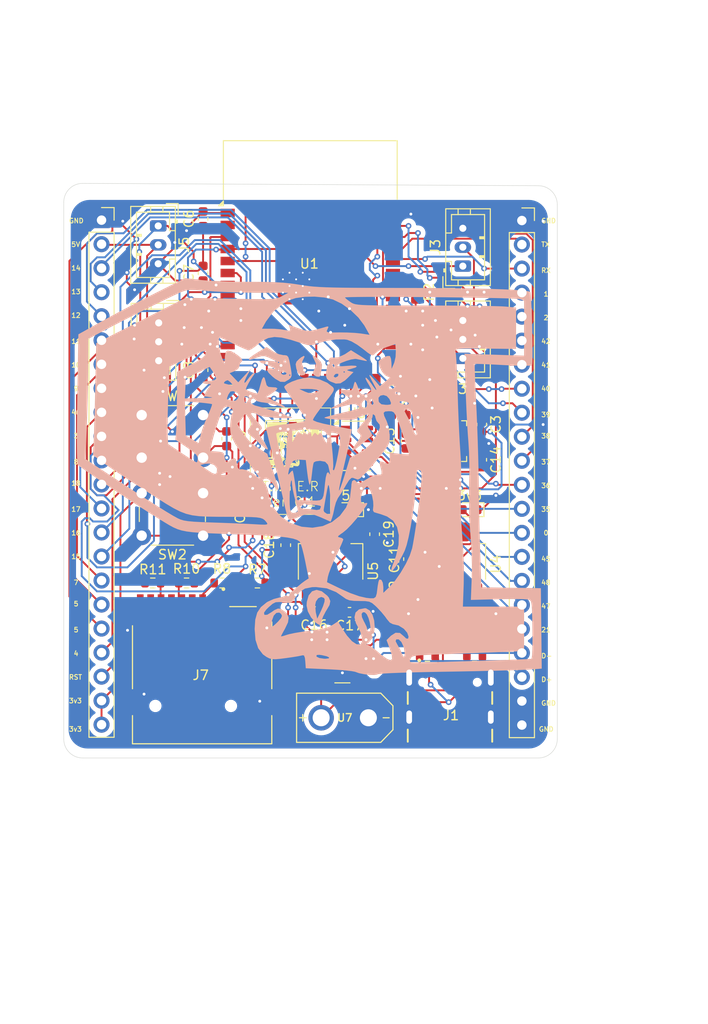
<source format=kicad_pcb>
(kicad_pcb (version 20240108) (generator "pcbnew") (generator_version "8.0")
  (layers (0 "F.Cu" signal) (31 "B.Cu" signal) (34 "B.Paste" user) (35 "F.Paste" user) (36 "B.SilkS" user "B.Silkscreen") (37 "F.SilkS" user "F.Silkscreen") (38 "B.Mask" user) (39 "F.Mask" user) (44 "Edge.Cuts" user))
  (net 0 "")
  (net 1 "Net-(U3-CAP)")
  (net 2 "GND")
  (net 3 "ESP 3v3")
  (net 4 "CHIP_PU")
  (net 5 "+5V")
  (net 6 "BOOT")
  (net 7 "Net-(U2-CPOUT)")
  (net 8 "Net-(U2-REGOUT)")
  (net 9 "Net-(U2-CLKIN)")
  (net 10 "+BATT")
  (net 11 "Net-(D1-A)")
  (net 12 "Net-(D2-A)")
  (net 13 "Net-(J1-CC2)")
  (net 14 "Net-(J1-CC1)")
  (net 17 "SERVO_2")
  (net 18 "SERVO_1")
  (net 19 "SERVO_3")
  (net 20 "SERVO_4")
  (net 21 "Net-(J7-CLK)")
  (net 22 "Net-(J7-CD{slash}DAT3)")
  (net 23 "Net-(J7-DAT0)")
  (net 25 "Net-(J7-CMD)")
  (net 28 "D-")
  (net 29 "RX")
  (net 30 "IO_48")
  (net 31 "I2C SDA")
  (net 32 "IO_47")
  (net 33 "IO_2")
  (net 34 "IO_38")
  (net 35 "IO_37")
  (net 36 "IO_1")
  (net 37 "IO_39")
  (net 38 "IO_41")
  (net 39 "TX")
  (net 40 "I2C SCL")
  (net 41 "IO_42")
  (net 42 "D+")
  (net 43 "IO_45")
  (net 44 "IO_21")
  (net 45 "IO_40")
  (net 46 "IO_3")
  (net 47 "IO_17")
  (net 48 "IO_18")
  (net 49 "IO_15")
  (net 50 "IO_16")
  (net 51 "RAW_D-")
  (net 52 "RAW_D+")
  (net 53 "IO_46")
  (net 54 "IO_8")
  (net 55 "IO_9")
  (net 56 "IO_14")
  (net 57 "SPI_CS")
  (net 58 "SPI_MOSI")
  (net 59 "SPI_SCK")
  (net 60 "SPI_MISO")
  (footprint "Resistor_SMD:R_0603_1608Metric" (layer "F.Cu") (at 136 91.25)
    (property "Reference" "R4")
    (property "Value" "5.1k")
  )
  (footprint "RF_Module:ESP32-S3-WROOM-1" (layer "F.Cu") (at 118.6 49.64)
    (property "Reference" "U1")
    (property "Value" "ESP32-S3-WROOM-1")
  )
  (footprint "Capacitor_SMD:C_0603_1608Metric" (layer "F.Cu") (at 131.275 86.75 180)
    (property "Reference" "C5")
    (property "Value" "10uF")
  )
  (footprint "Package_TO_SOT_SMD:SOT-23-6" (layer "F.Cu") (at 122 92.5)
    (property "Reference" "U6")
    (property "Value" "USBLC6-2SC6")
  )
  (footprint "MSD_4_A:CUI_MSD-4-A" (layer "F.Cu") (at 107.15 93.25)
    (property "Reference" "J7")
    (property "Value" "MSD-4-A")
  )
  (footprint "XT30UPB-M:XT30UPB-M" (layer "F.Cu") (at 122.25 97.75)
    (property "Reference" "U7")
    (property "Value" "Battery Socket")
  )
  (footprint "Capacitor_SMD:C_0603_1608Metric" (layer "F.Cu") (at 107.25 45 90)
    (property "Reference" "C6")
    (property "Value" "100nF")
  )
  (footprint "Connector_PinSocket_2.54mm:PinSocket_1x22_P2.54mm_Vertical" (layer "F.Cu") (at 96.5 45.14)
    (property "Reference" "J9" (hide yes))
    (property "Value" "GPIO_L")
  )
  (footprint "Capacitor_SMD:C_0603_1608Metric" (layer "F.Cu") (at 128 71.25)
    (property "Reference" "C1")
    (property "Value" "100nF")
  )
  (footprint "Capacitor_SMD:C_0603_1608Metric" (layer "F.Cu") (at 132.025 75.75)
    (property "Reference" "C12")
    (property "Value" "100nF")
  )
  (footprint "Connector_JST:JST_PH_B3B-PH-K_1x03_P2.00mm_Vertical" (layer "F.Cu") (at 134.75 50 90)
    (property "Reference" "J3")
    (property "Value" "Servo 1 Connector")
  )
  (footprint "Capacitor_SMD:C_0603_1608Metric" (layer "F.Cu") (at 107.25 50.75 -90)
    (property "Reference" "C7")
    (property "Value" "22uF")
  )
  (footprint "Package_TO_SOT_SMD:SOT-223-3_TabPin2" (layer "F.Cu") (at 120.75 81.25 90)
    (property "Reference" "U5")
    (property "Value" "AMS1117-5.0")
  )
  (footprint "Package_TO_SOT_SMD:SOT-223-3_TabPin2" (layer "F.Cu") (at 133.75 81.25 90)
    (property "Reference" "U4")
    (property "Value" "AMS1117-3.3")
  )
  (footprint "LED_SMD:LED_0603_1608Metric" (layer "F.Cu") (at 122.75 75.75 180)
    (property "Reference" "5v")
    (property "Value" "5V LED")
  )
  (footprint "Resistor_SMD:R_0603_1608Metric" (layer "F.Cu") (at 109.25 83.5 180)
    (property "Reference" "R8")
    (property "Value" "10k")
  )
  (footprint "Capacitor_SMD:C_0603_1608Metric" (layer "F.Cu") (at 136.75 66.75 90)
    (property "Reference" "C3")
    (property "Value" "100nF")
  )
  (footprint "Capacitor_SMD:C_0603_1608Metric" (layer "F.Cu") (at 128 65.75)
    (property "Reference" "C2")
    (property "Value" "100nF")
  )
  (footprint "Capacitor_SMD:C_0603_1608Metric" (layer "F.Cu") (at 136.75 70.475 90)
    (property "Reference" "C14")
    (property "Value" "100nF")
  )
  (footprint "Custom Footprints:PHS Tigers Logo" (layer "F.Cu") (at 117.404776 68.766004)
    (property "Reference" "G***" (hide yes))
    (property "Value" "LOGO" (hide yes))
  )
  (footprint "Resistor_SMD:R_0603_1608Metric" (layer "F.Cu") (at 129 84.175 90)
    (property "Reference" "R9")
    (property "Value" "5k1")
  )
  (footprint "Resistor_SMD:R_0603_1608Metric" (layer "F.Cu") (at 105.5 83.5 180)
    (property "Reference" "R10")
    (property "Value" "10k")
  )
  (footprint "Connector_JST:JST_PH_B3B-PH-K_1x03_P2.00mm_Vertical" (layer "F.Cu") (at 134.75 59.75 90)
    (property "Reference" "J2")
    (property "Value" "Servo 2 Connector")
  )
  (footprint "Resistor_SMD:R_0603_1608Metric" (layer "F.Cu") (at 101.925 83.5)
    (property "Reference" "R11")
    (property "Value" "10k")
  )
  (footprint "Capacitor_SMD:C_0603_1608Metric" (layer "F.Cu") (at 136.225 86.75)
    (property "Reference" "C10")
    (property "Value" "100nF")
  )
  (footprint "Resistor_SMD:R_0603_1608Metric" (layer "F.Cu") (at 129.75 52.75 -90)
    (property "Reference" "R2")
    (property "Value" "10k")
  )
  (footprint "Capacitor_SMD:C_0603_1608Metric" (layer "F.Cu") (at 125.412293 78.342201 -90)
    (property "Reference" "C19")
    (property "Value" "100nF")
  )
  (footprint "Resistor_SMD:R_0603_1608Metric" (layer "F.Cu") (at 107.25 54.75 90)
    (property "Reference" "R5")
    (property "Value" "10k")
  )
  (footprint "Resistor_SMD:R_0603_1608Metric" (layer "F.Cu") (at 127.425 75.75)
    (property "Reference" "R1")
    (property "Value" "5k1")
  )
  (footprint "Button_Switch_THT:SW_PUSH_6mm" (layer "F.Cu") (at 100.75 65.75)
    (property "Reference" "SW1")
    (property "Value" "SW_RESET")
  )
  (footprint "LED_SMD:LED_0603_1608Metric" (layer "F.Cu") (at 135.5 75.75 180)
    (property "Reference" "3v3")
    (property "Value" "3.3V LED")
  )
  (footprint "Capacitor_SMD:C_0603_1608Metric" (layer "F.Cu") (at 128.75 68.5 90)
    (property "Reference" "C15")
    (property "Value" "100nF")
  )
  (footprint "Button_Switch_THT:SW_PUSH_6mm" (layer "F.Cu") (at 107.25 78.5 180)
    (property "Reference" "SW2")
    (property "Value" "SW_RESET")
  )
  (footprint "Resistor_SMD:R_0603_1608Metric" (layer "F.Cu") (at 131 91.25)
    (property "Reference" "R6")
    (property "Value" "5.1k")
  )
  (footprint "Capacitor_SMD:C_0603_1608Metric" (layer "F.Cu") (at 119 86.523681 180)
    (property "Reference" "C16")
    (property "Value" "10uF")
  )
  (footprint "Capacitor_SMD:C_0603_1608Metric" (layer "F.Cu") (at 116 79.5 -90)
    (property "Reference" "C18")
    (property "Value" "10uF")
  )
  (footprint "USB4105_GF_A:GCT_USB4105-GF-A" (layer "F.Cu") (at 133.39 97.68)
    (property "Reference" "J1")
    (property "Value" "USB4105-GF-A")
  )
  (footprint "Capacitor_SMD:C_0603_1608Metric" (layer "F.Cu") (at 133.75 64.5)
    (property "Reference" "C13")
    (property "Value" "2.2nF")
  )
  (footprint "Connector_JST:JST_PH_B3B-PH-K_1x03_P2.00mm_Vertical" (layer "F.Cu") (at 102.5 45.75 -90)
    (property "Reference" "J5")
    (property "Value" "Servo 4 Connector")
  )
  (footprint "Resistor_SMD:R_0603_1608Metric" (layer "F.Cu") (at 129.75 60.425 90)
    (property "Reference" "R3")
    (property "Value" "10k")
  )
  (footprint "Connector_PinSocket_2.54mm:PinSocket_1x22_P2.54mm_Vertical" (layer "F.Cu") (at 141 45.18)
    (property "Reference" "J8" (hide yes))
    (property "Value" "GPIO_R")
  )
  (footprint "Resistor_SMD:R_0603_1608Metric" (layer "F.Cu") (at 113 83.5)
    (property "Reference" "R7")
    (property "Value" "10k")
  )
  (footprint "Capacitor_SMD:C_0603_1608Metric" (layer "F.Cu") (at 107.25 61 -90)
    (property "Reference" "C8")
    (property "Value" "1uF")
  )
  (footprint "Connector_JST:JST_PH_B3B-PH-K_1x03_P2.00mm_Vertical" (layer "F.Cu") (at 102.55 56 -90)
    (property "Reference" "J4")
    (property "Value" "Servo 3 Connector")
  )
  (footprint "Sensor_Motion:InvenSense_QFN-24_4x4mm_P0.5mm" (layer "F.Cu") (at 133 68.5)
    (property "Reference" "U2")
    (property "Value" "MPU-6050")
  )
  (footprint "Capacitor_SMD:C_0603_1608Metric" (layer "F.Cu") (at 109.75 68.25 90)
    (property "Reference" "C9")
    (property "Value" "100nF")
  )
  (footprint "Capacitor_SMD:C_0603_1608Metric" (layer "F.Cu") (at 109.75 76.25 -90)
    (property "Reference" "C4")
    (property "Value" "100nF")
  )
  (footprint "Capacitor_SMD:C_0603_1608Metric" (layer "F.Cu") (at 122.75 86.6)
    (property "Reference" "C17")
    (property "Value" "100nF")
  )
  (footprint "Capacitor_SMD:C_0603_1608Metric" (layer "F.Cu") (at 129 80.975 -90)
    (property "Reference" "C11")
    (property "Value" "10uF")
  )
  (footprint "Package_LGA:NXP_LGA-8_3x5mm_P1.25mm_H1.1mm" (layer "F.Cu") (at 123.5 69)
    (property "Reference" "U3")
    (property "Value" "MPL3115A2")
  )
  (footprint "Custom Footprints:PHS Tigers Logo" (layer "B.Cu") (at 117.845224 72.266004 180)
    (property "Reference" "G***" (hide yes))
    (property "Value" "LOGO" (hide yes))
  )
  (gr_rect (start 112.25 65) (end 120.75 76.25) (stroke (width 0.1)) (fill none) (layer "F.SilkS"))
  (gr_arc (start 94.5 102) (mid 93.085786 101.414214) (end 92.5 100) (stroke (width 0.05)) (layer "Edge.Cuts"))
  (gr_arc (start 142.75 41.5) (mid 144.164214 42.085786) (end 144.75 43.5) (stroke (width 0.05)) (layer "Edge.Cuts"))
  (gr_line (start 144.75 100) (end 144.75 43.5) (stroke (width 0.05)) (layer "Edge.Cuts"))
  (gr_line (start 94.5 41.25) (end 142.75 41.5) (stroke (width 0.05)) (layer "Edge.Cuts"))
  (gr_arc (start 144.749999 99.999999) (mid 144.164213 101.414213) (end 142.749999 101.999999) (stroke (width 0.05)) (layer "Edge.Cuts"))
  (gr_line (start 92.5 43.25) (end 92.5 100) (stroke (width 0.05)) (layer "Edge.Cuts"))
  (gr_arc (start 92.5 43.25) (mid 93.085786 41.835786) (end 94.5 41.25) (stroke (width 0.05)) (layer "Edge.Cuts"))
  (gr_line (start 94.5 102) (end 142.749999 101.999999) (stroke (width 0.05)) (layer "Edge.Cuts"))
  (gr_text "15" (at 93.25 81 0) (layer "F.SilkS") (effects (font (size 0.5 0.5) (thickness 0.1)) (justify left bottom)))
  (gr_text "17" (at 93.25 76 0) (layer "F.SilkS") (effects (font (size 0.5 0.5) (thickness 0.1)) (justify left bottom)))
  (gr_text "35" (at 143 76 0) (layer "F.SilkS") (effects (font (size 0.5 0.5) (thickness 0.1)) (justify left bottom)))
  (gr_text "42" (at 143 58.25 0) (layer "F.SilkS") (effects (font (size 0.5 0.5) (thickness 0.1)) (justify left bottom)))
  (gr_text "7" (at 93.5 83.75 0) (layer "F.SilkS") (effects (font (size 0.5 0.5) (thickness 0.1)) (justify left bottom)))
  (gr_text "18" (at 93.25 73.25 0) (layer "F.SilkS") (effects (font (size 0.5 0.5) (thickness 0.1)) (justify left bottom)))
  (gr_text "9" (at 93.5 63.25 0) (layer "F.SilkS") (effects (font (size 0.5 0.5) (thickness 0.1)) (justify left bottom)))
  (gr_text "8" (at 93.5 71 0) (layer "F.SilkS") (effects (font (size 0.5 0.5) (thickness 0.1)) (justify left bottom)))
  (gr_text "16" (at 93.25 78.5 0) (layer "F.SilkS") (effects (font (size 0.5 0.5) (thickness 0.1)) (justify left bottom)))
  (gr_text "48" (at 143 83.75 0) (layer "F.SilkS") (effects (font (size 0.5 0.5) (thickness 0.1)) (justify left bottom)))
  (gr_text "13" (at 93.25 53 0) (layer "F.SilkS") (effects (font (size 0.5 0.5) (thickness 0.1)) (justify left bottom)))
  (gr_text "3v3" (at 93 99.25 0) (layer "F.SilkS") (effects (font (size 0.5 0.5) (thickness 0.1)) (justify left bottom)))
  (gr_text "39" (at 143 66 0) (layer "F.SilkS") (effects (font (size 0.5 0.5) (thickness 0.1)) (justify left bottom)))
  (gr_text "GND" (at 93 45.5 0) (layer "F.SilkS") (effects (font (size 0.5 0.5) (thickness 0.1)) (justify left bottom)))
  (gr_text "D-" (at 143 91.5 0) (layer "F.SilkS") (effects (font (size 0.5 0.5) (thickness 0.1)) (justify left bottom)))
  (gr_text "T.I.G.E.R\nVer 0.1\n" (at 116.5 75.5 0) (layer "F.SilkS") (effects (font (size 1 1) (thickness 0.1)) (justify bottom)))
  (gr_text "TX" (at 143 48 0) (layer "F.SilkS") (effects (font (size 0.5 0.5) (thickness 0.1)) (justify left bottom)))
  (gr_text "5" (at 93.5 88.75 0) (layer "F.SilkS") (effects (font (size 0.5 0.5) (thickness 0.1)) (justify left bottom)))
  (gr_text "GND" (at 143 96.5 0) (layer "F.SilkS") (effects (font (size 0.5 0.5) (thickness 0.1)) (justify left bottom)))
  (gr_text "45" (at 143 81.25 0) (layer "F.SilkS") (effects (font (size 0.5 0.5) (thickness 0.1)) (justify left bottom)))
  (gr_text "1" (at 143.25 53.25 0) (layer "F.SilkS") (effects (font (size 0.5 0.5) (thickness 0.1)) (justify left bottom)))
  (gr_text "3v3" (at 93 96.25 0) (layer "F.SilkS") (effects (font (size 0.5 0.5) (thickness 0.1)) (justify left bottom)))
  (gr_text "21" (at 143 88.75 0) (layer "F.SilkS") (effects (font (size 0.5 0.5) (thickness 0.1)) (justify left bottom)))
  (gr_text "40" (at 143 63.25 0) (layer "F.SilkS") (effects (font (size 0.5 0.5) (thickness 0.1)) (justify left bottom)))
  (gr_text "46" (at 93.25 65.75 0) (layer "F.SilkS") (effects (font (size 0.5 0.5) (thickness 0.1)) (justify left bottom)))
  (gr_text "GND" (at 143 45.5 0) (layer "F.SilkS") (effects (font (size 0.5 0.5) (thickness 0.1)) (justify left bottom)))
  (gr_text "36" (at 143 73.5 0) (layer "F.SilkS") (effects (font (size 0.5 0.5) (thickness 0.1)) (justify left bottom)))
  (gr_text "5" (at 93.5 86 0) (layer "F.SilkS") (effects (font (size 0.5 0.5) (thickness 0.1)) (justify left bottom)))
  (gr_text "RST" (at 93 93.75 0) (layer "F.SilkS") (effects (font (size 0.5 0.5) (thickness 0.1)) (justify left bottom)))
  (gr_text "5V" (at 93.25 48 0) (layer "F.SilkS") (effects (font (size 0.5 0.5) (thickness 0.1)) (justify left bottom)))
  (gr_text "41" (at 143 60.75 0) (layer "F.SilkS") (effects (font (size 0.5 0.5) (thickness 0.1)) (justify left bottom)))
  (gr_text "0" (at 143.25 78.5 0) (layer "F.SilkS") (effects (font (size 0.5 0.5) (thickness 0.1)) (justify left bottom)))
  (gr_text "RX" (at 143 50.75 0) (layer "F.SilkS") (effects (font (size 0.5 0.5) (thickness 0.1)) (justify left bottom)))
  (gr_text "2" (at 143.25 55.75 0) (layer "F.SilkS") (effects (font (size 0.5 0.5) (thickness 0.1)) (justify left bottom)))
  (gr_text "12" (at 93.25 55.5 0) (layer "F.SilkS") (effects (font (size 0.5 0.5) (thickness 0.1)) (justify left bottom)))
  (gr_text "4" (at 93.5 91.25 0) (layer "F.SilkS") (effects (font (size 0.5 0.5) (thickness 0.1)) (justify left bottom)))
  (gr_text "47" (at 143 86.25 0) (layer "F.SilkS") (effects (font (size 0.5 0.5) (thickness 0.1)) (justify left bottom)))
  (gr_text "GND" (at 142.75 99.25 0) (layer "F.SilkS") (effects (font (size 0.5 0.5) (thickness 0.1)) (justify left bottom)))
  (gr_text "37" (at 143 71 0) (layer "F.SilkS") (effects (font (size 0.5 0.5) (thickness 0.1)) (justify left bottom)))
  (gr_text "D+" (at 143 94 0) (layer "F.SilkS") (effects (font (size 0.5 0.5) (thickness 0.1)) (justify left bottom)))
  (gr_text "10" (at 93.25 60.75 0) (layer "F.SilkS") (effects (font (size 0.5 0.5) (thickness 0.1)) (justify left bottom)))
  (gr_text "3" (at 93.5 68.25 0) (layer "F.SilkS") (effects (font (size 0.5 0.5) (thickness 0.1)) (justify left bottom)))
  (gr_text "11" (at 93.25 58.25 0) (layer "F.SilkS") (effects (font (size 0.5 0.5) (thickness 0.1)) (justify left bottom)))
  (gr_text "38" (at 143 68.25 0) (layer "F.SilkS") (effects (font (size 0.5 0.5) (thickness 0.1)) (justify left bottom)))
  (gr_text "14" (at 93.25 50.5 0) (layer "F.SilkS") (effects (font (size 0.5 0.5) (thickness 0.1)) (justify left bottom)))
  (segment (start 127.225 71.25) (end 126.15 70.175) (width 0.2) (layer "F.Cu") (net 1))
  (segment (start 123.25 69.429506) (end 123.25 69.275) (width 0.2) (layer "F.Cu") (net 1))
  (segment (start 123.25 69.275) (end 122.35 68.375) (width 0.2) (layer "F.Cu") (net 1))
  (segment (start 126.15 70.175) (end 123.995494 70.175) (width 0.2) (layer "F.Cu") (net 1))
  (segment (start 123.995494 70.175) (end 123.25 69.429506) (width 0.2) (layer "F.Cu") (net 1))
  (segment (start 117.1 52.1) (end 117.1 52.35) (width 0.2) (layer "F.Cu") (net 2))
  (segment (start 103.75 61.2) (end 103.75 63.5) (width 0.2) (layer "F.Cu") (net 2))
  (segment (start 136.825 91.25) (end 136.825 92.69) (width 0.2) (layer "F.Cu") (net 2))
  (segment (start 134.95 67.25) (end 135.475 67.25) (width 0.2) (layer "F.Cu") (net 2))
  (segment (start 131.45 84.4) (end 130.85 84.4) (width 0.2) (layer "F.Cu") (net 2))
  (segment (start 108.725 77.025) (end 107.25 78.5) (width 0.2) (layer "F.Cu") (net 2))
  (segment (start 123.525 86.6) (end 125.15 86.6) (width 0.2) (layer "F.Cu") (net 2))
  (segment (start 127.225 66.525) (end 127.225 65.75) (width 0.2) (layer "F.Cu") (net 2))
  (segment (start 136.75 65.975) (end 136.75 65.25) (width 0.2) (layer "F.Cu") (net 2))
  (segment (start 136.825 92.69) (end 136.59 92.925) (width 0.2) (layer "F.Cu") (net 2))
  (segment (start 122.5 92.5) (end 122 93) (width 0.2) (layer "F.Cu") (net 2))
  (segment (start 118.225 87.225) (end 118.75 87.75) (width 0.2) (layer "F.Cu") (net 2))
  (segment (start 137 86.75) (end 138.25 86.75) (width 0.2) (layer "F.Cu") (net 2))
  (segment (start 114 86.55) (end 114 88.25) (width 0.2) (layer "F.Cu") (net 2))
  (segment (start 126.617201 79.117201) (end 126.75 79.25) (width 0.2) (layer "F.Cu") (net 2))
  (segment (start 119.35 52.1) (end 120.5 53.25) (width 0.2) (layer "F.Cu") (net 2))
  (segment (start 99.4 88.35) (end 99.25 88.5) (width 0.2) (layer "F.Cu") (net 2))
  (segment (start 121.95 56.25) (end 122.25 56.25) (width 0.2) (layer "F.Cu") (net 2))
  (segment (start 103.9 85.5) (end 103.9 86.5) (width 0.2) (layer "F.Cu") (net 2))
  (segment (start 130.85 84.4) (end 130 85.25) (width 0.2) (layer "F.Cu") (net 2))
  (segment (start 123.331637 71.366734) (end 123.366734 71.366734) (width 0.2) (layer "F.Cu") (net 2))
  (segment (start 116.275 80.275) (end 118.5 82.5) (width 0.2) (layer "F.Cu") (net 2))
  (segment (start 133.704328 81.75) (end 132.25 81.75) (width 0.2) (layer "F.Cu") (net 2))
  (segment (start 104 67.5) (end 102.25 65.75) (width 0.2) (layer "F.Cu") (net 2))
  (segment (start 129.645 92.925) (end 129.07 93.5) (width 0.2) (layer "F.Cu") (net 2))
  (segment (start 102.25 65.75) (end 100.75 65.75) (width 0.2) (layer "F.Cu") (net 2))
  (segment (start 126.75 67) (end 126.75 67.514382) (width 0.2) (layer "F.Cu") (net 2))
  (segment (start 125.6 74.1) (end 131.15 74.1) (width 0.2) (layer "F.Cu") (net 2))
  (segment (start 131.275 87.525) (end 136.225 87.525) (width 0.2) (layer "F.Cu") (net 2))
  (segment (start 98.75 45.25) (end 98.75 45.711217) (width 0.2) (layer "F.Cu") (net 2))
  (segment (start 124.25 72.25) (end 125 73) (width 0.2) (layer "F.Cu") (net 2))
  (segment (start 117.8 53.5) (end 117.8 54.05) (width 0.2) (layer "F.Cu") (net 2))
  (segment (start 103.6 86.8) (end 99.4 86.8) (width 0.2) (layer "F.Cu") (net 2))
  (segment (start 98.75 45.711217) (end 100.188783 47.15) (width 0.2) (layer "F.Cu") (net 2))
  (segment (start 127.775 72.25) (end 128.775 71.25) (width 0.2) (layer "F.Cu") (net 2))
  (segment (start 130.5 86.75) (end 129 86.75) (width 0.2) (layer "F.Cu") (net 2))
  (segment (start 100.15 96.1) (end 101 95.25) (width 0.2) (layer "F.Cu") (net 2))
  (segment (start 123.331637 70.606637) (end 122.35 69.625) (width 0.2) (layer "F.Cu") (net 2))
  (segment (start 113.35 96.1) (end 113.25 96) (width 0.2) (layer "F.Cu") (net 2))
  (segment (start 133.75 70.90741) (end 134.09259 71.25) (width 0.2) (layer "F.Cu") (net 2))
  (segment (start 103.9 86.5) (end 103.6 86.8) (width 0.2) (layer "F.Cu") (net 2))
  (segment (start 125.15 86.6) (end 125.25 86.5) (width 0.2) (layer "F.Cu") (net 2))
  (segment (start 123.366734 71.366734) (end 124.25 72.25) (width 0.2) (layer "F.Cu") (net 2))
  (segment (start 129 81.75) (end 130.5 80.25) (width 0.2) (layer "F.Cu") (net 2))
  (segment (start 124.25 72.25) (end 127.775 72.25) (width 0.2) (layer "F.Cu") (net 2))
  (segment (start 134.09259 71.25) (end 135.2 71.25) (width 0.2) (layer "F.Cu") (net 2))
  (segment (start 135.2 71.25) (end 136.75 69.7) (width 0.2) (layer "F.Cu") (net 2))
  (segment (start 136.59 92.925) (end 137.135 92.925) (width 0.2) (layer "F.Cu") (net 2))
  (segment (start 123.5375 75.75) (end 124.75 75.75) (width 0.2) (layer "F.Cu") (net 2))
  (segment (start 120.35 52.1) (end 122.75 54.5) (width 0.2) (layer "F.Cu") (net 2))
  (segment (start 135.475 67.25) (end 136.75 65.975) (width 0.2) (layer "F.Cu") (net 2))
  (segment (start 128.510618 69.275) (end 128.75 69.275) (width 0.2) (layer "F.Cu") (net 2))
  (segment (start 116 80.275) (end 116.275 80.275) (width 0.2) (layer "F.Cu") (net 2))
  (segment (start 136.35 75.8125) (end 136.35 79.104328) (width 0.2) (layer "F.Cu") (net 2))
  (segment (start 103.75 63.5) (end 101.5 65.75) (width 0.2) (layer "F.Cu") (net 2))
  (segment (start 99.4 86.8) (end 99.4 88.35) (width 0.2) (layer "F.Cu") (net 2))
  (segment (start 109 63.5) (end 107.275 61.775) (width 0.2) (layer "F.Cu") (net 2))
  (segment (start 109.75 77.025) (end 108.725 77.025) (width 0.2) (layer "F.Cu") (net 2))
  (segment (start 136.75 65.25) (end 136 64.5) (width 0.2) (layer "F.Cu") (net 2))
  (segment (start 100.75 78.5) (end 107.25 78.5) (width 0.2) (layer "F.Cu") (net 2))
  (segment (start 136.75 75.75) (end 136.2875 75.75) (width 0.2) (layer "F.Cu") (net 2))
  (segment (start 104.25 48) (end 104.25 47.5) (width 0.2) (layer "F.Cu") (net 2))
  (segment (start 104.275 51.525) (end 102.5 49.75) (width 0.2) (layer "F.Cu") (net 2))
  (segment (start 105.5 45.975) (end 107.25 44.225) (width 0.2) (layer "F.Cu") (net 2))
  (segment (start 133.75 70.45) (end 133.75 70.90741) (width 0.2) (layer "F.Cu") (net 2))
  (segment (start 136.35 79.104328) (end 133.704328 81.75) (width 0.2) (layer "F.Cu") (net 2))
  (segment (start 130.5 86.75) (end 131.275 87.525) (width 0.2) (layer "F.Cu") (net 2))
  (segment (start 107.25 51.525) (end 104.275 51.525) (width 0.2) (layer "F.Cu") (net 2))
  (segment (start 99.176839 50.676839) (end 99.176839 51.676839) (width 0.2) (layer "F.Cu") (net 2))
  (segment (start 117.8 54.05) (end 120.75 57) (width 0.2) (layer "F.Cu") (net 2))
  (segment (start 131.15 74.1) (end 132.8 75.75) (width 0.2) (layer "F.Cu") (net 2))
  (segment (start 136.75 69.5) (end 137.5 68.75) (width 0.2) (layer "F.Cu") (net 2))
  (segment (start 114.9 96.1) (end 113.35 96.1) (width 0.2) (layer "F.Cu") (net 2))
  (segment (start 137.135 92.925) (end 137.71 93.5) (width 0.2) (layer "F.Cu") (net 2))
  (segment (start 118.225 86.523681) (end 118.225 87.225) (width 0.2) (layer "F.Cu") (net 2))
  (segment (start 126.75 67) (end 127.225 66.525) (width 0.2) (layer "F.Cu") (net 2))
  (segment (start 117.1 52.1) (end 120.35 52.1) (width 0.2) (layer "F.Cu") (net 2))
  (segment (start 99.4 96.1) (end 100.15 96.1) (width 0.2) (layer "F.Cu") (net 2))
  (segment (start 101.5 65.75) (end 100.75 65.75) (width 0.2) (layer "F.Cu") (net 2))
  (segment (start 123.1375 92.5) (end 122.5 92.5) (width 0.2) (layer "F.Cu") (net 2))
  (segment (start 130.19 92.925) (end 130.19 91.265) (width 0.2) (layer "F.Cu") (net 2))
  (segment (start 129.13 44.38) (end 129.25 44.5) (width 0.2) (layer "F.Cu") (net 2))
  (segment (start 130.19 92.925) (end 129.645 92.925) (width 0.2) (layer "F.Cu") (net 2))
  (segment (start 136.75 69.7) (end 136.75 69.5) (width 0.2) (layer "F.Cu") (net 2))
  (segment (start 102.5 49.75) (end 104.25 48) (width 0.2) (layer "F.Cu") (net 2))
  (segment (start 118.5 52.8) (end 121.95 56.25) (width 0.2) (layer "F.Cu") (net 2))
  (segment (start 136.2875 75.75) (end 136.35 75.8125) (width 0.2) (layer "F.Cu") (net 2))
  (segment (start 130.5 80.25) (end 130.75 80.25) (width 0.2) (layer "F.Cu") (net 2))
  (segment (start 123.331637 71.366734) (end 123.331637 70.606637) (width 0.2) (layer "F.Cu") (net 2))
  (segment (start 107.275 61.775) (end 107.25 61.775) (width 0.2) (layer "F.Cu") (net 2))
  (segment (start 108.975 67.475) (end 107.25 65.75) (width 0.2) (layer "F.Cu") (net 2))
  (segment (start 127.35 44.38) (end 129.13 44.38) (width 0.2) (layer "F.Cu") (net 2))
  (segment (start 99.176839 51.676839) (end 100 52.5) (width 0.2) (layer "F.Cu") (net 2))
  (segment (start 125.412293 79.117201) (end 126.617201 79.117201) (width 0.2) (layer "F.Cu") (net 2))
  (segment (start 125 73) (end 125 73.5) (width 0.2) (layer "F.Cu") (net 2))
  (segment (start 107.075 61.95) (end 107.25 61.775) (width 0.2) (layer "F.Cu") (net 2))
  (segment (start 136.225 87.525) (end 137 86.75) (width 0.2) (layer "F.Cu") (net 2))
  (segment (start 117.1 52.35) (end 119.5 54.75) (width 0.2) (layer "F.Cu") (net 2))
  (segment (start 109.85 44.38) (end 107.405 44.38) (width 0.2) (layer "F.Cu") (net 2))
  (segment (start 125 73.5) (end 125.6 74.1) (width 0.2) (layer "F.Cu") (net 2))
  (segment (start 107.405 44.38) (end 107.25 44.225) (width 0.2) (layer "F.Cu") (net 2))
  (segment (start 105.5 46.25) (end 105.5 45.975) (width 0.2) (layer "F.Cu") (net 2))
  (segment (start 138.25 74.25) (end 136.75 75.75) (width 0.2) (layer "F.Cu") (net 2))
  (segment (start 130.19 91.265) (end 130.175 91.25) (width 0.2) (layer "F.Cu") (net 2))
  (segment (start 118.45 82.55) (end 118.5 82.5) (width 0.2) (layer "F.Cu") (net 2))
  (segment (start 126.75 67.514382) (end 128.510618 69.275) (width 0.2) (layer "F.Cu") (net 2))
  (segment (start 109.75 67.475) (end 108.975 67.475) (width 0.2) (layer "F.Cu") (net 2))
  (segment (start 102.55 60) (end 103.75 61.2) (width 0.2) (layer "F.Cu") (net 2))
  (segment (start 117.1 52.1) (end 119.35 52.1) (width 0.2) (layer "F.Cu") (net 2))
  (segment (start 143.25 66.75) (end 143.25 45.25) (width 0.2) (layer "F.Cu") (net 2))
  (segment (start 118.45 84.4) (end 118.45 82.55) (width 0.2) (layer "F.Cu") (net 2))
  (segment (start 134.525 64.5) (end 136 64.5) (width 0.2) (layer "F.Cu") (net 2))
  (segment (start 107.25 66.55) (end 107.25 65.75) (width 0.2) (layer "F.Cu") (net 2))
  (via (at 122.25 56.25) (size 0.6) (drill 0.3) (layers "F.Cu" "B.Cu") (net 2))
  (via (at 137.5 68.75) (size 0.6) (drill 0.3) (layers "F.Cu" "B.Cu") (net 2))
  (via (at 124.75 75.75) (size 0.6) (drill 0.3) (layers "F.Cu" "B.Cu") (net 2))
  (via (at 118.5 82.5) (size 0.6) (drill 0.3) (layers "F.Cu" "B.Cu") (net 2))
  (via (at 129 86.75) (size 0.6) (drill 0.3) (layers "F.Cu" "B.Cu") (net 2))
  (via (at 119.5 54.75) (size 0.6) (drill 0.3) (layers "F.Cu" "B.Cu") (net 2))
  (via (at 104 67.5) (size 0.6) (drill 0.3) (layers "F.Cu" "B.Cu") (net 2))
  (via (at 100.188783 47.15) (size 0.6) (drill 0.3) (layers "F.Cu" "B.Cu") (net 2))
  (via (at 125.25 86.5) (size 0.6) (drill 0.3) (layers "F.Cu" "B.Cu") (net 2))
  (via (at 129.25 44.5) (size 0.6) (drill 0.3) (layers "F.Cu" "B.Cu") (net 2))
  (via (at 143.25 66.75) (size 0.6) (drill 0.3) (layers "F.Cu" "B.Cu") (net 2))
  (via (at 138.25 86.75) (size 0.6) (drill 0.3) (layers "F.Cu" "B.Cu") (net 2))
  (via (at 143.25 45.25) (size 0.6) (drill 0.3) (layers "F.Cu" "B.Cu") (net 2))
  (via (at 126.75 79.25) (size 0.6) (drill 0.3) (layers "F.Cu" "B.Cu") (net 2))
  (via (at 136 64.5) (size 0.6) (drill 0.3) (layers "F.Cu" "B.Cu") (net 2))
  (via (at 99.25 88.5) (size 0.6) (drill 0.3) (layers "F.Cu" "B.Cu") (net 2))
  (via (at 130.75 80.25) (size 0.6) (drill 0.3) (layers "F.Cu" "B.Cu") (net 2))
  (via (at 123.331637 71.366734) (size 0.6) (drill 0.3) (layers "F.Cu" "B.Cu") (net 2))
  (via (at 104.25 47.5) (size 0.6) (drill 0.3) (layers "F.Cu" "B.Cu") (net 2))
  (via (at 120.5 53.25) (size 0.6) (drill 0.3) (layers "F.Cu" "B.Cu") (net 2))
  (via (at 138.25 74.25) (size 0.6) (drill 0.3) (layers "F.Cu" "B.Cu") (net 2))
  (via (at 101 95.25) (size 0.6) (drill 0.3) (layers "F.Cu" "B.Cu") (net 2))
  (via (at 124.25 72.25) (size 0.6) (drill 0.3) (layers "F.Cu" "B.Cu") (net 2))
  (via (at 122.75 54.5) (size 0.6) (drill 0.3) (layers "F.Cu" "B.Cu") (net 2))
  (via (at 99.176839 50.676839) (size 0.6) (drill 0.3) (layers "F.Cu" "B.Cu") (net 2))
  (via (at 122 93) (size 0.6) (drill 0.3) (layers "F.Cu" "B.Cu") (net 2))
  (via (at 120.75 57) (size 0.6) (drill 0.3) (layers "F.Cu" "B.Cu") (net 2))
  (via (at 132.25 81.75) (size 0.6) (drill 0.3) (layers "F.Cu" "B.Cu") (net 2))
  (via (at 100 52.5) (size 0.6) (drill 0.3) (layers "F.Cu" "B.Cu") (net 2))
  (via (at 109 63.5) (size 0.6) (drill 0.3) (layers "F.Cu" "B.Cu") (net 2))
  (via (at 126.75 67) (size 0.6) (drill 0.3) (layers "F.Cu" "B.Cu") (net 2))
  (via (at 98.75 45.25) (size 0.6) (drill 0.3) (layers "F.Cu" "B.Cu") (net 2))
  (via (at 130 85.25) (size 0.6) (drill 0.3) (layers "F.Cu" "B.Cu") (net 2))
  (via (at 114 88.25) (size 0.6) (drill 0.3) (layers "F.Cu" "B.Cu") (net 2))
  (via (at 118.75 87.75) (size 0.6) (drill 0.3) (layers "F.Cu" "B.Cu") (net 2))
  (via (at 105.5 46.25) (size 0.6) (drill 0.3) (layers "F.Cu" "B.Cu") (net 2))
  (via (at 113.25 96) (size 0.6) (drill 0.3) (layers "F.Cu" "B.Cu") (net 2))
  (segment (start 105.5 67.5) (end 104 67.5) (width 0.2) (layer "B.Cu") (net 2))
  (segment (start 100 52.5) (end 102.5 50) (width 0.2) (layer "B.Cu") (net 2))
  (segment (start 98.64 45.14) (end 98.75 45.25) (width 0.2) (layer "B.Cu") (net 2))
  (segment (start 96.5 45.14) (end 98.64 45.14) (width 0.2) (layer "B.Cu") (net 2))
  (segment (start 137.551471 66.75) (end 143.25 66.75) (width 0.2) (layer "B.Cu") (net 2))
  (segment (start 132.25 81.75) (end 130.75 80.25) (width 0.2) (layer "B.Cu") (net 2))
  (segment (start 100.188783 47.15) (end 99.176839 48.161944) (width 0.2) (layer "B.Cu") (net 2))
  (segment (start 102.5 50) (end 102.5 49.75) (width 0.2) (layer "B.Cu") (net 2))
  (segment (start 107.25 65.75) (end 105.5 67.5) (width 0.2) (layer "B.Cu") (net 2))
  (segment (start 143.18 45.18) (end 141 45.18) (width 0.2) (layer "B.Cu") (net 2))
  (segment (start 99.176839 48.161944) (end 99.176839 50.676839) (width 0.2) (layer "B.Cu") (net 2))
  (segment (start 137.05 68.3) (end 137.05 67.251471) (width 0.2) (layer "B.Cu") (net 2))
  (segment (start 137.05 67.251471) (end 137.551471 66.75) (width 0.2) (layer "B.Cu") (net 2))
  (segment (start 137.5 68.75) (end 137.05 68.3) (width 0.2) (layer "B.Cu") (net 2))
  (segment (start 143.25 45.25) (end 143.18 45.18) (width 0.2) (layer "B.Cu") (net 2))
  (segment (start 110.283311 63.934782) (end 108.025 61.676471) (width 0.2) (layer "F.Cu") (net 3))
  (segment (start 121.45 69.975) (end 121.45 68.025) (width 0.2) (layer "F.Cu") (net 3))
  (segment (start 96.5 95.94) (end 106.1 86.34) (width 0.2) (layer "F.Cu") (net 3))
  (segment (start 129.525 69.525) (end 129.525 68.776304) (width 0.2) (layer "F.Cu") (net 3))
  (segment (start 120.5 68) (end 121.425 68) (width 0.2) (layer "F.Cu") (net 3))
  (segment (start 129 84.895406) (end 130.795406 83.1) (width 0.2) (layer "F.Cu") (net 3))
  (segment (start 107.25 49.975) (end 107.25 45.775) (width 0.2) (layer "F.Cu") (net 3))
  (segment (start 109.725 45.525) (end 109.85 45.65) (width 0.2) (layer "F.Cu") (net 3))
  (segment (start 136.75 67.525) (end 137.625 67.525) (width 0.2) (layer "F.Cu") (net 3))
  (segment (start 131.25 62) (end 130.5 62) (width 0.2) (layer "F.Cu") (net 3))
  (segment (start 129.75 61.25) (end 129.75 63.70147) (width 0.2) (layer "F.Cu") (net 3))
  (segment (start 122.795406 80.2) (end 119.5 83.495406) (width 0.2) (layer "F.Cu") (net 3))
  (segment (start 128.276304 68.475) (end 127.975 68.173696) (width 0.2) (layer "F.Cu") (net 3))
  (segment (start 135.40741 69.75) (end 134.95 69.75) (width 0.2) (layer "F.Cu") (net 3))
  (segment (start 132.25 70.90741) (end 132.25 70.45) (width 0.2) (layer "F.Cu") (net 3))
  (segment (start 107.25 56.325) (end 107.075 56.5) (width 0.2) (layer "F.Cu") (net 3))
  (segment (start 117.495406 85.5) (end 111 85.5) (width 0.2) (layer "F.Cu") (net 3))
  (segment (start 108.025 59.776304) (end 107.075 58.826304) (width 0.2) (layer "F.Cu") (net 3))
  (segment (start 96.5 98.48) (end 96.5 95.94) (width 0.2) (layer "F.Cu") (net 3))
  (segment (start 131.4 75.75) (end 131.25 75.75) (width 0.2) (layer "F.Cu") (net 3))
  (segment (start 133.75 78.1) (end 131.4 75.75) (width 0.2) (layer "F.Cu") (net 3))
  (segment (start 124.0125 72.9) (end 124.248529 72.9) (width 0.2) (layer "F.Cu") (net 3))
  (segment (start 136.75 67.525) (end 136.75 68.40741) (width 0.2) (layer "F.Cu") (net 3))
  (segment (start 122.35 70.875) (end 122.35 71.2375) (width 0.2) (layer "F.Cu") (net 3))
  (segment (start 129.75 63.70147) (end 129.774265 63.725735) (width 0.2) (layer "F.Cu") (net 3))
  (segment (start 128.225 80.975) (end 128.225 84.225) (width 0.2) (layer "F.Cu") (net 3))
  (segment (start 130.5 62) (end 129.75 61.25) (width 0.2) (layer "F.Cu") (net 3))
  (segment (start 129.223696 68.475) (end 128.276304 68.475) (width 0.2) (layer "F.Cu") (net 3))
  (segment (start 107.25 45.775) (end 109.725 45.775) (width 0.2) (layer "F.Cu") (net 3))
  (segment (start 122.35 70.875) (end 121.45 69.975) (width 0.2) (layer "F.Cu") (net 3))
  (segment (start 128.225 84.225) (end 129 85) (width 0.2) (layer "F.Cu") (net 3))
  (segment (start 122.35 71.2375) (end 124.0125 72.9) (width 0.2) (layer "F.Cu") (net 3))
  (segment (start 137.625 67.525) (end 137.65 67.5) (width 0.2) (layer "F.Cu") (net 3))
  (segment (start 133.75 72.40741) (end 132.40741 72.40741) (width 0.2) (layer "F.Cu") (net 3))
  (segment (start 105.25 54.14853) (end 105.324265 54.074265) (width 0.2) (layer "F.Cu") (net 3))
  (segment (start 129.75 51.925) (end 130.425 51.925) (width 0.2) (layer "F.Cu") (net 3))
  (segment (start 110.283311 65.403696) (end 110.283311 63.934782) (width 0.2) (layer "F.Cu") (net 3))
  (segment (start 121.45 68.025) (end 122.35 67.125) (width 0.2) (layer "F.Cu") (net 3))
  (segment (start 119.5 85.304594) (end 119.104594 85.7) (width 0.2) (layer "F.Cu") (net 3))
  (segment (start 108.025 61.676471) (end 108.025 59.776304) (width 0.2) (layer "F.Cu") (net 3))
  (segment (start 119.5 83.495406) (end 119.5 85.304594) (width 0.2) (layer "F.Cu") (net 3))
  (segment (start 132.40741 72.40741) (end 129.525 69.525) (width 0.2) (layer "F.Cu") (net 3))
  (segment (start 128.75 65.725) (end 128.775 65.75) (width 0.2) (layer "F.Cu") (net 3))
  (segment (start 107.075 58.826304) (end 107.075 56.5) (width 0.2) (layer "F.Cu") (net 3))
  (segment (start 106.725 50.5) (end 107.25 49.975) (width 0.2) (layer "F.Cu") (net 3))
  (segment (start 109.725 45.775) (end 109.85 45.65) (width 0.2) (layer "F.Cu") (net 3))
  (segment (start 119.104594 85.7) (end 117.695406 85.7) (width 0.2) (layer "F.Cu") (net 3))
  (segment (start 132.45 83.1) (end 133.75 84.4) (width 0.2) (layer "F.Cu") (net 3))
  (segment (start 129 80.2) (end 128.225 80.975) (width 0.2) (layer "F.Cu") (net 3))
  (segment (start 106.1 86.34) (end 106.1 85.5) (width 0.2) (layer "F.Cu") (net 3))
  (segment (start 106.35 86.6) (end 106.1 86.35) (width 0.2) (layer "F.Cu") (net 3))
  (segment (start 134.5 72.6) (end 133.94259 72.6) (width 0.2) (layer "F.Cu") (net 3))
  (segment (start 130.425 51.925) (end 131.25 52.75) (width 0.2) (layer "F.Cu") (net 3))
  (segment (start 133.75 78.1) (end 133.75 72.40741) (width 0.2) (layer "F.Cu") (net 3))
  (segment (start 124.6 73.251471) (end 124.6 74.35) (width 0.2) (layer "F.Cu") (net 3))
  (segment (start 133.75 72.40741) (end 132.25 70.90741) (width 0.2) (layer "F.Cu") (net 3))
  (segment (start 130.075 74.575) (end 131.25 75.75) (width 0.2) (layer "F.Cu") (net 3))
  (segment (start 133.94259 72.6) (end 133.75 72.40741) (width 0.2) (layer "F.Cu") (net 3))
  (segment (start 129 80.2) (end 122.795406 80.2) (width 0.2) (layer "F.Cu") (net 3))
  (segment (start 104.75 50.5) (end 106.725 50.5) (width 0.2) (layer "F.Cu") (net 3))
  (segment (start 129 85) (end 129 84.895406) (width 0.2) (layer "F.Cu") (net 3))
  (segment (start 127.975 66.55) (end 128.775 65.75) (width 0.2) (layer "F.Cu") (net 3))
  (segment (start 127.975 68.173696) (end 127.975 66.55) (width 0.2) (layer "F.Cu") (net 3))
  (segment (start 107.625 45.65) (end 107.5 45.775) (width 0.2) (layer "F.Cu") (net 3))
  (segment (start 105.25 56.5) (end 105.25 54.14853) (width 0.2) (layer "F.Cu") (net 3))
  (segment (start 121.425 68) (end 121.45 68.025) (width 0.2) (layer "F.Cu") (net 3))
  (segment (start 130.795406 83.1) (end 132.45 83.1) (width 0.2) (layer "F.Cu") (net 3))
  (segment (start 133.75 78.1) (end 131.1 78.1) (width 0.2) (layer "F.Cu") (net 3))
  (segment (start 124.6 74.35) (end 124.825 74.575) (width 0.2) (layer "F.Cu") (net 3))
  (segment (start 106.1 86.35) (end 106.1 85.5) (width 0.2) (layer "F.Cu") (net 3))
  (segment (start 136.75 68.40741) (end 135.40741 69.75) (width 0.2) (layer "F.Cu") (net 3))
  (segment (start 131.1 78.1) (end 129 80.2) (width 0.2) (layer "F.Cu") (net 3))
  (segment (start 128.75 64.5) (end 128.75 65.725) (width 0.2) (layer "F.Cu") (net 3))
  (segment (start 124.248529 72.9) (end 124.6 73.251471) (width 0.2) (layer "F.Cu") (net 3))
  (segment (start 124.825 74.575) (end 130.075 74.575) (width 0.2) (layer "F.Cu") (net 3))
  (segment (start 117.695406 85.7) (end 117.495406 85.5) (width 0.2) (layer "F.Cu") (net 3))
  (segment (start 109.9 86.6) (end 106.35 86.6) (width 0.2) (layer "F.Cu") (net 3))
  (segment (start 111 85.5) (end 109.9 86.6) (width 0.2) (layer "F.Cu") (net 3))
  (segment (start 129.525 68.776304) (end 129.223696 68.475) (width 0.2) (layer "F.Cu") (net 3))
  (segment (start 107.25 55.575) (end 107.25 56.325) (width 0.2) (layer "F.Cu") (net 3))
  (via (at 120.5 68) (size 0.6) (drill 0.3) (layers "F.Cu" "B.Cu") (net 3))
  (via (at 110.283311 65.403696) (size 0.6) (drill 0.3) (layers "F.Cu" "B.Cu") (net 3))
  (via (at 105.25 56.5) (size 0.6) (drill 0.3) (layers "F.Cu" "B.Cu") (net 3))
  (via (at 129.774265 63.725735) (size 0.6) (drill 0.3) (layers "F.Cu" "B.Cu") (net 3))
  (via (at 134.5 72.6) (size 0.6) (drill 0.3) (layers "F.Cu" "B.Cu") (net 3))
  (via (at 105.324265 54.074265) (size 0.6) (drill 0.3) (layers "F.Cu" "B.Cu") (net 3))
  (via (at 107.075 56.5) (size 0.6) (drill 0.3) (layers "F.Cu" "B.Cu") (net 3))
  (via (at 137.65 67.5) (size 0.6) (drill 0.3) (layers "F.Cu" "B.Cu") (net 3))
  (via (at 131.25 52.75) (size 0.6) (drill 0.3) (layers "F.Cu" "B.Cu") (net 3))
  (via (at 128.75 64.5) (size 0.6) (drill 0.3) (layers "F.Cu" "B.Cu") (net 3))
  (via (at 131.25 62) (size 0.6) (drill 0.3) (layers "F.Cu" "B.Cu") (net 3))
  (via (at 104.75 50.5) (size 0.6) (drill 0.3) (layers "F.Cu" "B.Cu") (net 3))
  (segment (start 107.075 56.5) (end 105.25 56.5) (width 0.2) (layer "B.Cu") (net 3))
  (segment (start 115.401471 68) (end 120.5 68) (width 0.2) (layer "B.Cu") (net 3))
  (segment (start 138.85 73.248529) (end 138.498529 73.6) (width 0.2) (layer "B.Cu") (net 3))
  (segment (start 135.5 73.6) (end 134.5 72.6) (width 0.2) (layer "B.Cu") (net 3))
  (segment (start 138.498529 73.6) (end 135.5 73.6) (width 0.2) (layer "B.Cu") (net 3))
  (segment (start 129.774265 63.725735) (end 129.524265 63.725735) (width 0.2) (layer "B.Cu") (net 3))
  (segment (start 129.524265 63.725735) (end 128.75 64.5) (width 0.2) (layer "B.Cu") (net 3))
  (segment (start 137.65 67.5) (end 138.85 68.7) (width 0.2) (layer "B.Cu") (net 3))
  (segment (start 105.35 54.1) (end 104.75 53.5) (width 0.2) (layer "B.Cu") (net 3))
  (segment (start 104.75 53.5) (end 104.75 50.5) (width 0.2) (layer "B.Cu") (net 3))
  (segment (start 131.25 52.75) (end 131.25 62) (width 0.2) (layer "B.Cu") (net 3))
  (segment (start 138.85 68.7) (end 138.85 73.248529) (width 0.2) (layer "B.Cu") (net 3))
  (segment (start 112.805167 65.403696) (end 115.401471 68) (width 0.2) (layer "B.Cu") (net 3))
  (segment (start 110.283311 65.403696) (end 112.805167 65.403696) (width 0.2) (layer "B.Cu") (net 3))
  (segment (start 105.324265 54.074265) (end 105.35 54.1) (width 0.2) (layer "B.Cu") (net 3))
  (segment (start 108.025 47.025) (end 108 47) (width 0.2) (layer "F.Cu") (net 4))
  (segment (start 109.75 66) (end 106.475 62.725) (width 0.2) (layer "F.Cu") (net 4))
  (segment (start 106.475 62.725) (end 106.475 61) (width 0.2) (layer "F.Cu") (net 4))
  (segment (start 106.475 54.7) (end 107.25 53.925) (width 0.2) (layer "F.Cu") (net 4))
  (segment (start 106.475 61) (end 107.25 60.225) (width 0.2) (layer "F.Cu") (net 4))
  (segment (start 108 47) (end 108.08 46.92) (width 0.2) (layer "F.Cu") (net 4))
  (segment (start 98.5 91.4) (end 98.5 76.25) (width 0.2) (layer "F.Cu") (net 4))
  (segment (start 109.75 75.475) (end 108.725 75.475) (width 0.2) (layer "F.Cu") (net 4))
  (segment (start 107.25 53.925) (end 108.025 53.15) (width 0.2) (layer "F.Cu") (net 4))
  (segment (start 109.75 75.475) (end 109.75 70.25) (width 0.2) (layer "F.Cu") (net 4))
  (segment (start 108.08 46.92) (end 109.85 46.92) (width 0.2) (layer "F.Cu") (net 4))
  (segment (start 108.725 75.475) (end 107.25 74) (width 0.2) (layer "F.Cu") (net 4))
  (segment (start 96.5 93.4) (end 98.5 91.4) (width 0.2) (layer "F.Cu") (net 4))
  (segment (start 108.025 53.15) (end 108.025 47.025) (width 0.2) (layer "F.Cu") (net 4))
  (segment (start 107.25 60.225) (end 106.475 59.45) (width 0.2) (layer "F.Cu") (net 4))
  (segment (start 98.5 76.25) (end 100.75 74) (width 0.2) (layer "F.Cu") (net 4))
  (segment (start 106.475 59.45) (end 106.475 54.7) (width 0.2) (layer "F.Cu") (net 4))
  (segment (start 100.75 74) (end 107.25 74) (width 0.2) (layer "F.Cu") (net 4))
  (via (at 109.75 66) (size 0.6) (drill 0.3) (layers "F.Cu" "B.Cu") (net 4))
  (via (at 109.75 70.25) (size 0.6) (drill 0.3) (layers "F.Cu" "B.Cu") (net 4))
  (segment (start 109.75 70.25) (end 109.75 66) (width 0.2) (layer "B.Cu") (net 4))
  (segment (start 128.787352 85.975) (end 131.275 85.975) (width 0.2) (layer "F.Cu") (net 5))
  (segment (start 122.05 83.1) (end 125.912352 83.1) (width 0.2) (layer "F.Cu") (net 5))
  (segment (start 101.325 56.775) (end 102.55 58) (width 0.2) (layer "F.Cu") (net 5))
  (segment (start 132.05 86.75) (end 135.45 86.75) (width 0.2) (layer "F.Cu") (net 5))
  (segment (start 102.5 47.75) (end 96.57 47.75) (width 0.2) (layer "F.Cu") (net 5))
  (segment (start 120.75 78.1) (end 120.75 75.747814) (width 0.2) (layer "F.Cu") (net 5))
  (segment (start 138.25 61.25) (end 134.75 57.75) (width 0.2) (layer "F.Cu") (net 5))
  (segment (start 135.45 86.75) (end 135.45 85) (width 0.2) (layer "F.Cu") (net 5))
  (segment (start 120.75 78.1) (end 124.879494 78.1) (width 0.2) (layer "F.Cu") (net 5))
  (segment (start 135.45 85) (end 136.05 84.4) (width 0.2) (layer "F.Cu") (net 5))
  (segment (start 101.325 48.925) (end 101.325 56.775) (width 0.2) (layer "F.Cu") (net 5))
  (segment (start 134.5 73.5) (end 136.75 73.5) (width 0.2) (layer "F.Cu") (net 5))
  (segment (start 120.75 78.1) (end 116.625 78.1) (width 0.2) (layer "F.Cu") (net 5))
  (segment (start 125.412293 76.937707) (end 126.6 75.75) (width 0.2) (layer "F.Cu") (net 5))
  (segment (start 124.879494 78.1) (end 125.412293 77.567201) (width 0.2) (layer "F.Cu") (net 5))
  (segment (start 120.75 83.25) (end 122.25 81.75) (width 0.2) (layer "F.Cu") (net 5))
  (segment (start 135.925 56.575) (end 134.75 57.75) (width 0.2) (layer "F.Cu") (net 5))
  (segment (start 120.75 78.1) (end 118.1 78.1) (width 0.2) (layer "F.Cu") (net 5))
  (segment (start 125.412293 77.567201) (end 125.412293 76.937707) (width 0.2) (layer "F.Cu") (net 5))
  (segment (start 104.75 60.2) (end 102.55 58) (width 0.2) (layer "F.Cu") (net 5))
  (segment (start 126 73.5) (end 133 73.5) (width 0.2) (layer "F.Cu") (net 5))
  (segment (start 131.275 85.975) (end 132.05 86.75) (width 0.2) (layer "F.Cu") (net 5))
  (segment (start 122.997814 73.5) (end 124 73.5) (width 0.2) (layer "F.Cu") (net 5))
  (segment (start 116.625 78.1) (end 116 78.725) (width 0.2) (layer "F.Cu") (net 5))
  (segment (start 96.57 47.75) (end 96.5 47.68) (width 0.2) (layer "F.Cu") (net 5))
  (segment (start 120.75 84.4) (end 122.05 83.1) (width 0.2) (layer "F.Cu") (net 5))
  (segment (start 121 80.25) (end 120.75 80) (width 0.2) (layer "F.Cu") (net 5))
  (segment (start 102.5 47.75) (end 101.325 48.925) (width 0.2) (layer "F.Cu") (net 5))
  (segment (start 104.75 71.25) (end 104.75 60.2) (width 0.2) (layer "F.Cu") (net 5))
  (segment (start 103.75 72.25) (end 104.75 71.25) (width 0.2) (layer "F.Cu") (net 5))
  (segment (start 135.925 49.175) (end 135.925 56.575) (width 0.2) (layer "F.Cu") (net 5))
  (segment (start 136.75 73.5) (end 138.25 72) (width 0.2) (layer "F.Cu") (net 5))
  (segment (start 134.75 48) (end 135.925 49.175) (width 0.2) (layer "F.Cu") (net 5))
  (segment (start 138.25 72) (end 138.25 61.25) (width 0.2) (layer "F.Cu") (net 5))
  (segment (start 118.1 78.1) (end 112.25 72.25) (width 0.2) (layer "F.Cu") (net 5))
  (segment (start 120.75 84.4) (end 120.75 83.25) (width 0.2) (layer "F.Cu") (net 5))
  (segment (start 120.75 75.747814) (end 122.997814 73.5) (width 0.2) (layer "F.Cu") (net 5))
  (segment (start 125.912352 83.1) (end 128.787352 85.975) (width 0.2) (layer "F.Cu") (net 5))
  (segment (start 120.75 80) (end 120.75 78.1) (width 0.2) (layer "F.Cu") (net 5))
  (via (at 126 73.5) (size 0.6) (drill 0.3) (layers "F.Cu" "B.Cu") (net 5))
  (via (at 103.75 72.25) (size 0.6) (drill 0.3) (layers "F.Cu" "B.Cu") (net 5))
  (via (at 124 73.5) (size 0.6) (drill 0.3) (layers "F.Cu" "B.Cu") (net 5))
  (via (at 122.25 81.75) (size 0.6) (drill 0.3) (layers "F.Cu" "B.Cu") (net 5))
  (via (at 133 73.5) (size 0.6) (drill 0.3) (layers "F.Cu" "B.Cu") (net 5))
  (via (at 121 80.25) (size 0.6) (drill 0.3) (layers "F.Cu" "B.Cu") (net 5))
  (via (at 112.25 72.25) (size 0.6) (drill 0.3) (layers "F.Cu" "B.Cu") (net 5))
  (via (at 134.5 73.5) (size 0.6) (drill 0.3) (layers "F.Cu" "B.Cu") (net 5))
  (segment (start 133 73.5) (end 134.5 73.5) (width 0.2) (layer "B.Cu") (net 5))
  (segment (start 124 73.5) (end 126 73.5) (width 0.2) (layer "B.Cu") (net 5))
  (segment (start 112.25 72.25) (end 103.75 72.25) (width 0.2) (layer "B.Cu") (net 5))
  (segment (start 122.25 81.75) (end 122.25 81.5) (width 0.2) (layer "B.Cu") (net 5))
  (segment (start 122.25 81.5) (end 121 80.25) (width 0.2) (layer "B.Cu") (net 5))
  (segment (start 102.35 67.9) (end 100.75 69.5) (width 0.2) (layer "F.Cu") (net 6))
  (segment (start 114.675 66.575) (end 120.175 66.575) (width 0.2) (layer "F.Cu") (net 6))
  (segment (start 120.175 66.575) (end 120.75 66) (width 0.2) (layer "F.Cu") (net 6))
  (segment (start 100.75 69.5) (end 100.75 70.25) (width 0.2) (layer "F.Cu") (net 6))
  (segment (start 107.25 70.25) (end 104.25 73.25) (width 0.2) (layer "F.Cu") (net 6))
  (segment (start 102.65 71.898529) (end 103.35 71.198529) (width 0.2) (layer "F.Cu") (net 6))
  (segment (start 110.35 71.25) (end 110.35 69.625) (width 0.2) (layer "F.Cu") (net 6))
  (segment (start 120.75 66) (end 123.5 66) (width 0.2) (layer "F.Cu") (net 6))
  (segment (start 110.35 69.625) (end 109.75 69.025) (width 0.2) (layer "F.Cu") (net 6))
  (segment (start 108.475 69.025) (end 107.25 70.25) (width 0.2) (layer "F.Cu") (net 6))
  (segment (start 103.35 71.198529) (end 103.35 68.251471) (width 0.2) (layer "F.Cu") (net 6))
  (segment (start 109.75 69.025) (end 108.475 69.025) (width 0.2) (layer "F.Cu") (net 6))
  (segment (start 128.144559 61.644559) (end 128.104559 61.644559) (width 0.2) (layer "F.Cu") (net 6))
  (segment (start 104.25 73.25) (end 102.801471 73.25) (width 0.2) (layer "F.Cu") (net 6))
  (segment (start 112.25 69) (end 114.675 66.575) (width 0.2) (layer "F.Cu") (net 6))
  (segment (start 102.801471 73.25) (end 102.65 73.098529) (width 0.2) (layer "F.Cu") (net 6))
  (segment (start 123.5 66) (end 127.35 62.15) (width 0.2) (layer "F.Cu") (net 6))
  (segment (start 128.104559 61.644559) (end 127.35 60.89) (width 0.2) (layer "F.Cu") (net 6))
  (segment (start 127.35 62.15) (end 127.35 60.89) (width 0.2) (layer "F.Cu") (net 6))
  (segment (start 102.998529 67.9) (end 102.35 67.9) (width 0.2) (layer "F.Cu") (net 6))
  (segment (start 103.35 68.251471) (end 102.998529 67.9) (width 0.2) (layer "F.Cu") (net 6))
  (via (at 110.35 71.25) (size 0.6) (drill 0.3) (layers "F.Cu" "B.Cu") (net 6))
  (via (at 128.144559 61.644559) (size 0.6) (drill 0.3) (layers "F.Cu" "B.Cu") (net 6))
  (via (at 102.65 73.098529) (size 0.6) (drill 0.3) (layers "F.Cu" "B.Cu") (net 6))
  (via (at 112.25 69) (size 0.6) (drill 0.3) (layers "F.Cu" "B.Cu") (net 6))
  (via (at 102.65 71.898529) (size 0.6) (drill 0.3) (layers "F.Cu" "B.Cu") (net 6))
  (segment (start 128.15 70.064215) (end 128.15 64.251471) (width 0.2) (layer "B.Cu") (net 6))
  (segment (start 128.15 64.251471) (end 129.275736 63.125735) (width 0.2) (layer "B.Cu") (net 6))
  (segment (start 110.35 71.25) (end 112.25 69.35) (width 0.2) (layer "B.Cu") (net 6))
  (segment (start 102.65 73.098529) (end 102.65 71.898529) (width 0.2) (layer "B.Cu") (net 6))
  (segment (start 136.285785 78.2) (end 128.15 70.064215) (width 0.2) (layer "B.Cu") (net 6))
  (segment (start 141 78.2) (end 136.285785 78.2) (width 0.2) (layer "B.Cu") (net 6))
  (segment (start 129.275736 63.125735) (end 129.275736 62.775736) (width 0.2) (layer "B.Cu") (net 6))
  (segment (start 112.25 69.35) (end 112.25 69) (width 0.2) (layer "B.Cu") (net 6))
  (segment (start 129.275736 62.775736) (end 128.144559 61.644559) (width 0.2) (layer "B.Cu") (net 6))
  (segment (start 133.75 65.275) (end 133.75 66.55) (width 0.2) (layer "F.Cu") (net 7))
  (segment (start 132.975 64.5) (end 133.75 65.275) (width 0.2) (layer "F.Cu") (net 7))
  (segment (start 133.25 71.25) (end 133.25 70.45) (width 0.2) (layer "F.Cu") (net 8))
  (segment (start 133.75 71.75) (end 133.25 71.25) (width 0.2) (layer "F.Cu") (net 8))
  (segment (start 136.75 71.25) (end 136.25 71.75) (width 0.2) (layer "F.Cu") (net 8))
  (segment (start 136.25 71.75) (end 133.75 71.75) (width 0.2) (layer "F.Cu") (net 8))
  (segment (start 129.225 67.25) (end 131.05 67.25) (width 0.2) (layer "F.Cu") (net 9))
  (segment (start 128.75 67.725) (end 129.225 67.25) (width 0.2) (layer "F.Cu") (net 9))
  (segment (start 130.99 92.925) (end 131.175 93.11) (width 0.2) (layer "F.Cu") (net 10))
  (segment (start 121.898681 86.523681) (end 121.975 86.6) (width 0.2) (layer "F.Cu") (net 10))
  (segment (start 131.175 94.086475) (end 131.338526 94.250001) (width 0.2) (layer "F.Cu") (net 10))
  (segment (start 120.8625 92.5) (end 120.200001 92.5) (width 0.2) (layer "F.Cu") (net 10))
  (segment (start 120.200001 92.5) (end 119.775 92.074999) (width 0.2) (layer "F.Cu") (net 10))
  (segment (start 133.25 96.1) (end 133.29 96.1) (width 0.2) (layer "F.Cu") (net 10))
  (segment (start 121.4 96.1) (end 119.75 97.75) (width 0.2) (layer "F.Cu") (net 10))
  (segment (start 133.25 96.1) (end 121.4 96.1) (width 0.2) (layer "F.Cu") (net 10))
  (segment (start 131.175 93.11) (end 131.175 94.086475) (width 0.2) (layer "F.Cu") (net 10))
  (segment (start 133.29 96.1) (end 135.59 93.8) (width 0.2) (layer "F.Cu") (net 10))
  (segment (start 119.775 92.074999) (end 119.775 86.523681) (width 0.2) (layer "F.Cu") (net 10))
  (segment (start 119.775 86.523681) (end 121.898681 86.523681) (width 0.2) (layer "F.Cu") (net 10))
  (segment (start 119.75 92.950001) (end 120.200001 92.5) (width 0.2) (layer "F.Cu") (net 10))
  (segment (start 135.59 93.8) (end 135.59 93.125) (width 0.2) (layer "F.Cu") (net 10))
  (segment (start 121.975 86.6) (end 121.975 85.475) (width 0.2) (layer "F.Cu") (net 10))
  (segment (start 119.75 97.75) (end 119.75 92.950001) (width 0.2) (layer "F.Cu") (net 10))
  (segment (start 135.59 93.125) (end 135.79 92.925) (width 0.2) (layer "F.Cu") (net 10))
  (segment (start 121.975 85.475) (end 123.05 84.4) (width 0.2) (layer "F.Cu") (net 10))
  (segment (start 122.101319 86.35) (end 122.025 86.273681) (width 0.2) (layer "F.Cu") (net 10))
  (via (at 131.338526 94.250001) (size 0.6) (drill 0.3) (layers "F.Cu" "B.Cu") (net 10))
  (via (at 133.25 96.1) (size 0.6) (drill 0.3) (layers "F.Cu" "B.Cu") (net 10))
  (segment (start 133.188525 96.1) (end 131.338526 94.250001) (width 0.2) (layer "B.Cu") (net 10))
  (segment (start 133.25 96.1) (end 133.188525 96.1) (width 0.2) (layer "B.Cu") (net 10))
  (segment (start 135.95 76.9875) (end 134.7125 75.75) (width 0.2) (layer "F.Cu") (net 11))
  (segment (start 135.488642 79.4) (end 135.95 78.938642) (width 0.2) (layer "F.Cu") (net 11))
  (segment (start 135.95 78.938642) (end 135.95 76.9875) (width 0.2) (layer "F.Cu") (net 11))
  (segment (start 132.95 79.4) (end 135.488642 79.4) (width 0.2) (layer "F.Cu") (net 11))
  (segment (start 129 83.35) (end 132.95 79.4) (width 0.2) (layer "F.Cu") (net 11))
  (segment (start 128.25 75.75) (end 127.475 74.975) (width 0.2) (layer "F.Cu") (net 12))
  (segment (start 122.7375 74.975) (end 121.9625 75.75) (width 0.2) (layer "F.Cu") (net 12))
  (segment (start 127.475 74.975) (end 122.7375 74.975) (width 0.2) (layer "F.Cu") (net 12))
  (segment (start 135.175 92.89) (end 135.14 92.925) (width 0.2) (layer "F.Cu") (net 13))
  (segment (start 135.175 91.25) (end 135.175 92.89) (width 0.2) (layer "F.Cu") (net 13))
  (segment (start 132.14 91.565) (end 132.14 92.925) (width 0.2) (layer "F.Cu") (net 14))
  (segment (start 131.825 91.25) (end 132.14 91.565) (width 0.2) (layer "F.Cu") (net 14))
  (segment (start 134.75 59.75) (end 133.25 58.25) (width 0.2) (layer "F.Cu") (net 17))
  (segment (start 124 54.5) (end 118.96 49.46) (width 0.2) (layer "F.Cu") (net 17))
  (segment (start 96.023654 46.53) (end 97.41 46.53) (width 0.2) (layer "F.Cu") (net 17))
  (segment (start 97.65 46.29) (end 97.65 44.1) (width 0.2) (layer "F.Cu") (net 17))
  (segment (start 96.5 88.32) (end 93.1 84.92) (width 0.2) (layer "F.Cu") (net 17))
  (segment (start 93.1 84.92) (end 93.1 49.453654) (width 0.2) (layer "F.Cu") (net 17))
  (segment (start 118.96 49.46) (end 111.75 49.46) (width 0.2) (layer "F.Cu") (net 17))
  (segment (start 133.25 58.25) (end 129.25 58.25) (width 0.2) (layer "F.Cu") (net 17))
  (segment (start 93.1 49.453654) (end 96.023654 46.53) (width 0.2) (layer "F.Cu") (net 17))
  (segment (start 124 58.25) (end 124 54.5) (width 0.2) (layer "F.Cu") (net 17))
  (segment (start 98.5 43.25) (end 110.52 43.25) (width 0.2) (layer "F.Cu") (net 17))
  (segment (start 97.65 44.1) (end 98.5 43.25) (width 0.2) (layer "F.Cu") (net 17))
  (segment (start 97.41 46.53) (end 97.65 46.29) (width 0.2) (layer "F.Cu") (net 17))
  (segment (start 111.75 49) (end 111.75 49.46) (width 0.2) (layer "F.Cu") (net 17))
  (segment (start 111.75 49.46) (end 109.85 49.46) (width 0.2) (layer "F.Cu") (net 17))
  (segment (start 111.75 44.48) (end 111.75 47.59) (width 0.2) (layer "F.Cu") (net 17))
  (segment (start 125.75 58.25) (end 124 58.25) (width 0.2) (layer "F.Cu") (net 17))
  (segment (start 110.52 43.25) (end 111.75 44.48) (width 0.2) (layer "F.Cu") (net 17))
  (via (at 129.25 58.25) (size 0.6) (drill 0.3) (layers "F.Cu" "B.Cu") (net 17))
  (via (at 125.75 58.25) (size 0.6) (drill 0.3) (layers "F.Cu" "B.Cu") (net 17))
  (via (at 111.75 49) (size 0.6) (drill 0.3) (layers "F.Cu" "B.Cu") (net 17))
  (via (at 111.75 47.59) (size 0.6) (drill 0.3) (layers "F.Cu" "B.Cu") (net 17))
  (segment (start 111.75 47.59) (end 111.75 49) (width 0.2) (layer "B.Cu") (net 17))
  (segment (start 129.25 58.25) (end 125.75 58.25) (width 0.2) (layer "B.Cu") (net 17))
  (segment (start 108.625 48.25) (end 109.79 48.25) (width 0.2) (layer "F.Cu") (net 18))
  (segment (start 129 50) (end 134.75 50) (width 0.2) (layer "F.Cu") (net 18))
  (segment (start 105.95 70.898529) (end 105.95 53.55) (width 0.2) (layer "F.Cu") (net 18))
  (segment (start 103.998529 72.85) (end 105.95 70.898529) (width 0.2) (layer "F.Cu") (net 18))
  (segment (start 97.65 89.71) (end 97.65 74.647058) (width 0.2) (layer "F.Cu") (net 18))
  (segment (start 103.501471 72.85) (end 103.998529 72.85) (width 0.2) (layer "F.Cu") (net 18))
  (segment (start 99.798529 72.498529) (end 103.15 72.498529) (width 0.2) (layer "F.Cu") (net 18))
  (segment (start 123.69 48.19) (end 109.85 48.19) (width 0.2) (layer "F.Cu") (net 18))
  (segment (start 105.95 53.55) (end 106 53.5) (width 0.2) (layer "F.Cu") (net 18))
  (segment (start 109.79 48.25) (end 109.85 48.19) (width 0.2) (layer "F.Cu") (net 18))
  (segment (start 103.15 72.498529) (end 103.501471 72.85) (width 0.2) (layer "F.Cu") (net 18))
  (segment (start 96.5 90.86) (end 97.65 89.71) (width 0.2) (layer "F.Cu") (net 18))
  (segment (start 125.5 50) (end 123.69 48.19) (width 0.2) (layer "F.Cu") (net 18))
  (segment (start 97.65 74.647058) (end 99.798529 72.498529) (width 0.2) (layer "F.Cu") (net 18))
  (via (at 108.625 48.25) (size 0.6) (drill 0.3) (layers "F.Cu" "B.Cu") (net 18))
  (via (at 129 50) (size 0.6) (drill 0.3) (layers "F.Cu" "B.Cu") (net 18))
  (via (at 106 53.5) (size 0.6) (drill 0.3) (layers "F.Cu" "B.Cu") (net 18))
  (via (at 125.5 50) (size 0.6) (drill 0.3) (layers "F.Cu" "B.Cu") (net 18))
  (segment (start 106.5 48.25) (end 108.625 48.25) (width 0.2) (layer "B.Cu") (net 18))
  (segment (start 106 53.5) (end 105.65 53.15) (width 0.2) (layer "B.Cu") (net 18))
  (segment (start 105.65 49.1) (end 106.5 48.25) (width 0.2) (layer "B.Cu") (net 18))
  (segment (start 105.65 53.15) (end 105.65 49.1) (width 0.2) (layer "B.Cu") (net 18))
  (segment (start 129 50) (end 125.5 50) (width 0.2) (layer "B.Cu") (net 18))
  (segment (start 96.5 85.78) (end 93.5 82.78) (width 0.2) (layer "F.Cu") (net 19))
  (segment (start 97.02 59.23) (end 100 56.25) (width 0.2) (layer "F.Cu") (net 19))
  (segment (start 93.5 82.78) (end 93.5 61.753654) (width 0.2) (layer "F.Cu") (net 19))
  (segment (start 111.25 51.18) (end 110.8 50.73) (width 0.2) (layer "F.Cu") (net 19))
  (segment (start 93.5 61.753654) (end 96.023654 59.23) (width 0.2) (layer "F.Cu") (net 19))
  (segment (start 105.8 52.75) (end 107.425 52.75) (width 0.2) (layer "F.Cu") (net 19))
  (segment (start 96.976346 59.23) (end 97.02 59.273654) (width 0.2) (layer "F.Cu") (net 19))
  (segment (start 111.25 52.75) (end 111.25 51.18) (width 0.2) (layer "F.Cu") (net 19))
  (segment (start 96.023654 59.23) (end 96.976346 59.23) (width 0.2) (layer "F.Cu") (net 19))
  (segment (start 97.02 59.273654) (end 97.02 59.23) (width 0.2) (layer "F.Cu") (net 19))
  (segment (start 102.55 56) (end 105.8 52.75) (width 0.2) (layer "F.Cu") (net 19))
  (segment (start 110.8 50.73) (end 109.85 50.73) (width 0.2) (layer "F.Cu") (net 19))
  (via (at 107.425 52.75) (size 0.6) (drill 0.3) (layers "F.Cu" "B.Cu") (net 19))
  (via (at 100 56.25) (size 0.6) (drill 0.3) (layers "F.Cu" "B.Cu") (net 19))
  (via (at 111.25 52.75) (size 0.6) (drill 0.3) (layers "F.Cu" "B.Cu") (net 19))
  (segment (start 100.5 56.25) (end 100.75 56) (width 0.2) (layer "B.Cu") (net 19))
  (segment (start 100 56.25) (end 100.5 56.25) (width 0.2) (layer "B.Cu") (net 19))
  (segment (start 107.425 52.75) (end 111.25 52.75) (width 0.2) (layer "B.Cu") (net 19))
  (segment (start 100.75 56) (end 102.55 56) (width 0.2) (layer "B.Cu") (net 19))
  (segment (start 96.5 83.24) (end 93.9 80.64) (width 0.2) (layer "F.Cu") (net 20))
  (segment (start 93.9 80.64) (end 93.9 63.653654) (width 0.2) (layer "F.Cu") (net 20))
  (segment (start 93.9 63.653654) (end 96.023654 61.53) (width 0.2) (layer "F.Cu") (net 20))
  (segment (start 106.25 48.5) (end 106.25 49.5) (width 0.2) (layer "F.Cu") (net 20))
  (segment (start 103.5 45.75) (end 106.25 48.5) (width 0.2) (layer "F.Cu") (net 20))
  (segment (start 100.6 48.6) (end 100.5 48.5) (width 0.2) (layer "F.Cu") (net 20))
  (segment (start 100.6 57.906346) (end 100.6 48.6) (width 0.2) (layer "F.Cu") (net 20))
  (segment (start 96.976346 61.53) (end 100.6 57.906346) (width 0.2) (layer "F.Cu") (net 20))
  (segment (start 102.5 45.75) (end 103.5 45.75) (width 0.2) (layer "F.Cu") (net 20))
  (segment (start 96.023654 61.53) (end 96.976346 61.53) (width 0.2) (layer "F.Cu") (net 20))
  (segment (start 108.625 52) (end 109.85 52) (width 0.2) (layer "F.Cu") (net 20))
  (via (at 100.5 48.5) (size 0.6) (drill 0.3) (layers "F.Cu" "B.Cu") (net 20))
  (via (at 106.25 49.5) (size 0.6) (drill 0.3) (layers "F.Cu" "B.Cu") (net 20))
  (via (at 108.625 52) (size 0.6) (drill 0.3) (layers "F.Cu" "B.Cu") (net 20))
  (segment (start 108.625 51.875) (end 108.625 52) (width 0.2) (layer "B.Cu") (net 20))
  (segment (start 106.25 49.5) (end 108.625 51.875) (width 0.2) (layer "B.Cu") (net 20))
  (segment (start 100.5 48.5) (end 100.5 47.75) (width 0.2) (layer "B.Cu") (net 20))
  (segment (start 100.5 47.75) (end 102.5 45.75) (width 0.2) (layer "B.Cu") (net 20))
  (segment (start 104.675 83.5) (end 104.675 85.175) (width 0.2) (layer "F.Cu") (net 21))
  (segment (start 105.25 85.25) (end 105.25 85) (width 0.2) (layer "F.Cu") (net 21))
  (segment (start 104.675 85.175) (end 105 85.5) (width 0.2) (layer "F.Cu") (net 21))
  (segment (start 111.275 84.4) (end 112.175 83.5) (width 0.2) (layer "F.Cu") (net 22))
  (segment (start 108.3 84.85) (end 108.75 84.4) (width 0.2) (layer "F.Cu") (net 22))
  (segment (start 108.3 85.5) (end 108.3 84.85) (width 0.2) (layer "F.Cu") (net 22))
  (segment (start 108.75 84.4) (end 111.275 84.4) (width 0.2) (layer "F.Cu") (net 22))
  (segment (start 102.75 85.45) (end 102.8 85.5) (width 0.2) (layer "F.Cu") (net 23))
  (segment (start 102.75 83.5) (end 102.75 85.45) (width 0.2) (layer "F.Cu") (net 23))
  (segment (start 107.2 85.5) (end 107.2 84.725) (width 0.2) (layer "F.Cu") (net 25))
  (segment (start 107.2 84.725) (end 108.425 83.5) (width 0.2) (layer "F.Cu") (net 25))
  (segment (start 124.5 89.5) (end 120.375 89.5) (width 0.2) (layer "F.Cu") (net 28))
  (segment (start 116.25 84.737352) (end 111 79.487352) (width 0.2) (layer "F.Cu") (net 28))
  (segment (start 116.25 87) (end 116.25 86.1) (width 0.2) (layer "F.Cu") (net 28))
  (segment (start 111 64) (end 108.5 61.5) (width 0.2) (layer "F.Cu") (net 28))
  (segment (start 116.25 84.75) (end 116.25 84.737352) (width 0.2) (layer "F.Cu") (net 28))
  (segment (start 111 79.487352) (end 111 64) (width 0.2) (layer "F.Cu") (net 28))
  (segment (start 108.5 60.02) (end 108.9 59.62) (width 0.2) (layer "F.Cu") (net 28))
  (segment (start 108.5 61.5) (end 108.5 60.02) (width 0.2) (layer "F.Cu") (net 28))
  (segment (start 118.75 89.5) (end 116.25 87) (width 0.2) (layer "F.Cu") (net 28))
  (segment (start 123.1375 91.55) (end 124.45 91.55) (width 0.2) (layer "F.Cu") (net 28))
  (segment (start 108.9 59.62) (end 109.85 59.62) (width 0.2) (layer "F.Cu") (net 28))
  (segment (start 124.45 91.55) (end 124.5 91.5) (width 0.2) (layer "F.Cu") (net 28))
  (via (at 118.75 89.5) (size 0.6) (drill 0.3) (layers "F.Cu" "B.Cu") (net 28))
  (via (at 116.25 86.1) (size 0.6) (drill 0.3) (layers "F.Cu" "B.Cu") (net 28))
  (via (at 124.5 89.5) (size 0.6) (drill 0.3) (layers "F.Cu" "B.Cu") (net 28))
  (via (at 120.375 89.5) (size 0.6) (drill 0.3) (layers "F.Cu" "B.Cu") (net 28))
  (via (at 124.5 91.5) (size 0.6) (drill 0.3) (layers "F.Cu" "B.Cu") (net 28))
  (via (at 116.25 84.75) (size 0.6) (drill 0.3) (layers "F.Cu" "B.Cu") (net 28))
  (segment (start 124.5 91.5) (end 124.5 89.5) (width 0.2) (layer "B.Cu") (net 28))
  (segment (start 126.75 91.75) (end 139.31 91.75) (width 0.2) (layer "B.Cu") (net 28))
  (segment (start 139.31 91.75) (end 141 93.44) (width 0.2) (layer "B.Cu") (net 28))
  (segment (start 120.375 89.5) (end 118.75 89.5) (width 0.2) (layer "B.Cu") (net 28))
  (segment (start 125.25 93) (end 125.5 93) (width 0.2) (layer "B.Cu") (net 28))
  (segment (start 125.5 93) (end 126.75 91.75) (width 0.2) (layer "B.Cu") (net 28))
  (segment (start 124.5 92.25) (end 125.25 93) (width 0.2) (layer "B.Cu") (net 28))
  (segment (start 116.25 86.1) (end 116.25 84.75) (width 0.2) (layer "B.Cu") (net 28))
  (segment (start 124.5 91.5) (end 124.5 92.25) (width 0.2) (layer "B.Cu") (net 28))
  (segment (start 127.56 49.25) (end 127.35 49.46) (width 0.2) (layer "F.Cu") (net 29))
  (segment (start 141 50.26) (end 137.01 50.26) (width 0.2) (layer "F.Cu") (net 29))
  (segment (start 137.01 50.26) (end 137 50.25) (width 0.2) (layer "F.Cu") (net 29))
  (segment (start 130.75 49.25) (end 127.56 49.25) (width 0.2) (layer "F.Cu") (net 29))
  (via (at 137 50.25) (size 0.6) (drill 0.3) (layers "F.Cu" "B.Cu") (net 29))
  (via (at 130.75 49.25) (size 0.6) (drill 0.3) (layers "F.Cu" "B.Cu") (net 29))
  (segment (start 135.75 49) (end 137 50.25) (width 0.2) (layer "B.Cu") (net 29))
  (segment (start 130.75 49.25) (end 131 49) (width 0.2) (layer "B.Cu") (net 29))
  (segment (start 131 49) (end 135.75 49) (width 0.2) (layer "B.Cu") (net 29))
  (segment (start 124.315 62.685) (end 124.315 62.14) (width 0.2) (layer "F.Cu") (net 30))
  (segment (start 123.699997 63.300003) (end 124.315 62.685) (width 0.2) (layer "F.Cu") (net 30))
  (segment (start 123.699997 63.75) (end 123.699997 63.300003) (width 0.2) (layer "F.Cu") (net 30))
  (via (at 123.699997 63.75) (size 0.6) (drill 0.3) (layers "F.Cu" "B.Cu") (net 30))
  (segment (start 141 83.28) (end 139.797919 83.28) (width 0.2) (layer "B.Cu") (net 30))
  (segment (start 123.699997 67.182078) (end 123.699997 63.75) (width 0.2) (layer "B.Cu") (net 30))
  (segment (start 139.797919 83.28) (end 123.699997 67.182078) (width 0.2) (layer "B.Cu") (net 30))
  (segment (start 129.75 53.575) (end 129.75 56.9) (width 0.2) (layer "F.Cu") (net 31))
  (segment (start 125.75 59.42) (end 126.82 58.35) (width 0.2) (layer "F.Cu") (net 31))
  (segment (start 141 73.12) (end 138.37 73.12) (width 0.2) (layer "F.Cu") (net 31))
  (segment (start 126.82 58.35) (end 127.35 58.35) (width 0.2) (layer "F.Cu") (net 31))
  (segment (start 138.37 73.12) (end 138.25 73) (width 0.2) (layer "F.Cu") (net 31))
  (segment (start 130 66) (end 130.6 65.4) (width 0.2) (layer "F.Cu") (net 31))
  (segment (start 125.55 67.475) (end 125.55 65.936178) (width 0.2) (layer "F.Cu") (net 31))
  (segment (start 125.75 59.75) (end 125.75 59.42) (width 0.2) (layer "F.Cu") (net 31))
  (segment (start 128.693089 63.493089) (end 127.993089 63.493089) (width 0.2) (layer "F.Cu") (net 31))
  (segment (start 125.55 65.936178) (end 127.993089 63.493089) (width 0.2) (layer "F.Cu") (net 31))
  (segment (start 124.65 68.375) (end 125.55 67.475) (width 0.2) (layer "F.Cu") (net 31))
  (segment (start 128.3 58.35) (end 127.35 58.35) (width 0.2) (layer "F.Cu") (net 31))
  (segment (start 129.75 56.9) (end 128.3 58.35) (width 0.2) (layer "F.Cu") (net 31))
  (segment (start 131.75 66.55) (end 130.6 65.4) (width 0.2) (layer "F.Cu") (net 31))
  (segment (start 130.6 65.4) (end 128.693089 63.493089) (width 0.2) (layer "F.Cu") (net 31))
  (via (at 130 66) (size 0.6) (drill 0.3) (layers "F.Cu" "B.Cu") (net 31))
  (via (at 125.75 59.75) (size 0.6) (drill 0.3) (layers "F.Cu" "B.Cu") (net 31))
  (via (at 138.25 73) (size 0.6) (drill 0.3) (layers "F.Cu" "B.Cu") (net 31))
  (via (at 127.993089 63.493089) (size 0.6) (drill 0.3) (layers "F.Cu" "B.Cu") (net 31))
  (segment (start 127.993089 63.493089) (end 125.75 61.25) (width 0.2) (layer "B.Cu") (net 31))
  (segment (start 125.75 61.25) (end 125.75 59.75) (width 0.2) (layer "B.Cu") (net 31))
  (segment (start 131.5 72) (end 130 70.5) (width 0.2) (layer "B.Cu") (net 31))
  (segment (start 137.5 73) (end 136.5 72) (width 0.2) (layer "B.Cu") (net 31))
  (segment (start 138.25 73) (end 137.5 73) (width 0.2) (layer "B.Cu") (net 31))
  (segment (start 136.5 72) (end 131.5 72) (width 0.2) (layer "B.Cu") (net 31))
  (segment (start 130 70.5) (end 130 66) (width 0.2) (layer "B.Cu") (net 31))
  (segment (start 122.899994 62.285006) (end 123.045 62.14) (width 0.2) (layer "F.Cu") (net 32))
  (segment (start 122.899994 63.75) (end 122.899994 62.285006) (width 0.2) (layer "F.Cu") (net 32))
  (via (at 122.899994 63.75) (size 0.6) (drill 0.3) (layers "F.Cu" "B.Cu") (net 32))
  (segment (start 141 85.82) (end 122.899994 67.719994) (width 0.2) (layer "B.Cu") (net 32))
  (segment (start 122.899994 67.719994) (end 122.899994 63.75) (width 0.2) (layer "B.Cu") (net 32))
  (segment (start 132.225 51.225) (end 131.275 51.225) (width 0.2) (layer "F.Cu") (net 33))
  (segment (start 129 46.5) (end 128.58 46.92) (width 0.2) (layer "F.Cu") (net 33))
  (segment (start 137.615 55.34) (end 136.525 54.25) (width 0.2) (layer "F.Cu") (net 33))
  (segment (start 128.58 46.92) (end 127.35 46.92) (width 0.2) (layer "F.Cu") (net 33))
  (segment (start 135.25 54.25) (end 132.225 51.225) (width 0.2) (layer "F.Cu") (net 33))
  (segment (start 141 55.34) (end 137.615 55.34) (width 0.2) (layer "F.Cu") (net 33))
  (segment (start 131.275 51.225) (end 131.25 51.25) (width 0.2) (layer "F.Cu") (net 33))
  (segment (start 130 46.5) (end 129 46.5) (width 0.2) (layer "F.Cu") (net 33))
  (via (at 131.25 51.25) (size 0.6) (drill 0.3) (layers "F.Cu" "B.Cu") (net 33))
  (via (at 135.25 54.25) (size 0.6) (drill 0.3) (layers "F.Cu" "B.Cu") (net 33))
  (via (at 130 46.5) (size 0.6) (drill 0.3) (layers "F.Cu" "B.Cu") (net 33))
  (via (at 136.525 54.25) (size 0.6) (drill 0.3) (layers "F.Cu" "B.Cu") (net 33))
  (segment (start 136.525 54.25) (end 135.25 54.25) (width 0.2) (layer "B.Cu") (net 33))
  (segment (start 131 50.348529) (end 130 49.348529) (width 0.2) (layer "B.Cu") (net 33))
  (segment (start 130 49.348529) (end 130 46.5) (width 0.2) (layer "B.Cu") (net 33))
  (segment (start 131.25 51.25) (end 131 51) (width 0.2) (layer "B.Cu") (net 33))
  (segment (start 131 51) (end 131 50.348529) (width 0.2) (layer "B.Cu") (net 33))
  (segment (start 125.875686 55.81) (end 127.35 55.81) (width 0.2) (layer "F.Cu") (net 34))
  (segment (start 126.3 43.63) (end 126.3 52.351471) (width 0.2) (layer "F.Cu") (net 34))
  (segment (start 125.65 55.584314) (end 125.875686 55.81) (width 0.2) (layer "F.Cu") (net 34))
  (segment (start 126.3 52.351471) (end 125.65 53.001471) (width 0.2) (layer "F.Cu") (net 34))
  (segment (start 142.15 47.243654) (end 141.476346 46.57) (width 0.2) (layer "F.Cu") (net 34))
  (segment (start 125.65 53.001471) (end 125.65 55.584314) (width 0.2) (layer "F.Cu") (net 34))
  (segment (start 135.13 43.63) (end 126.3 43.63) (width 0.2) (layer "F.Cu") (net 34))
  (segment (start 141.476346 46.57) (end 138.07 46.57) (width 0.2) (layer "F.Cu") (net 34))
  (segment (start 138.07 46.57) (end 135.13 43.63) (width 0.2) (layer "F.Cu") (net 34))
  (segment (start 142.15 66.89) (end 142.15 47.243654) (width 0.2) (layer "F.Cu") (net 34))
  (segment (start 141 68.04) (end 142.15 66.89) (width 0.2) (layer "F.Cu") (net 34))
  (segment (start 125.25 51.45) (end 125.25 55.75) (width 0.2) (layer "F.Cu") (net 35))
  (segment (start 125.7 43.664315) (end 125.7 49) (width 0.2) (layer "F.Cu") (net 35))
  (segment (start 125.7 51) (end 125.25 51.45) (width 0.2) (layer "F.Cu") (net 35))
  (segment (start 126.58 57.08) (end 127.35 57.08) (width 0.2) (layer "F.Cu") (net 35))
  (segment (start 126.134315 43.23) (end 125.7 43.664315) (width 0.2) (layer "F.Cu") (net 35))
  (segment (start 125.25 55.75) (end 126.58 57.08) (width 0.2) (layer "F.Cu") (net 35))
  (segment (start 142.55 69.03) (end 142.55 44.43) (width 0.2) (layer "F.Cu") (net 35))
  (segment (start 141.35 43.23) (end 126.134315 43.23) (width 0.2) (layer "F.Cu") (net 35))
  (segment (start 141 70.58) (end 142.55 69.03) (width 0.2) (layer "F.Cu") (net 35))
  (segment (start 142.55 44.43) (end 141.35 43.23) (width 0.2) (layer "F.Cu") (net 35))
  (via (at 125.7 51) (size 0.6) (drill 0.3) (layers "F.Cu" "B.Cu") (net 35))
  (via (at 125.7 49) (size 0.6) (drill 0.3) (layers "F.Cu" "B.Cu") (net 35))
  (segment (start 125.651471 49) (end 124.9 49.751471) (width 0.2) (layer "B.Cu") (net 35))
  (segment (start 124.9 50.4) (end 125.5 51) (width 0.2) (layer "B.Cu") (net 35))
  (segment (start 124.9 49.751471) (end 124.9 50.4) (width 0.2) (layer "B.Cu") (net 35))
  (segment (start 125.7 49) (end 125.651471 49) (width 0.2) (layer "B.Cu") (net 35))
  (segment (start 125.5 51) (end 125.7 51) (width 0.2) (layer "B.Cu") (net 35))
  (segment (start 129 45.75) (end 127.45 45.75) (width 0.2) (layer "F.Cu") (net 36))
  (segment (start 141 52.8) (end 137.05 52.8) (width 0.2) (layer "F.Cu") (net 36))
  (segment (start 127.45 45.75) (end 127.35 45.65) (width 0.2) (layer "F.Cu") (net 36))
  (segment (start 137.05 52.8) (end 137 52.75) (width 0.2) (layer "F.Cu") (net 36))
  (segment (start 135.25 52.75) (end 133.1 50.6) (width 0.2) (layer "F.Cu") (net 36))
  (segment (start 133.1 50.6) (end 130.25 50.6) (width 0.2) (layer "F.Cu") (net 36))
  (via (at 130.25 50.6) (size 0.6) (drill 0.3) (layers "F.Cu" "B.Cu") (net 36))
  (via (at 129 45.75) (size 0.6) (drill 0.3) (layers "F.Cu" "B.Cu") (net 36))
  (via (at 135.25 52.75) (size 0.6) (drill 0.3) (layers "F.Cu" "B.Cu") (net 36))
  (via (at 137 52.75) (size 0.6) (drill 0.3) (layers "F.Cu" "B.Cu") (net 36))
  (segment (start 129 49) (end 129 45.75) (width 0.2) (layer "B.Cu") (net 36))
  (segment (start 130.25 50.6) (end 130.25 50.25) (width 0.2) (layer "B.Cu") (net 36))
  (segment (start 130.25 50.25) (end 129 49) (width 0.2) (layer "B.Cu") (net 36))
  (segment (start 137 52.75) (end 135.25 52.75) (width 0.2) (layer "B.Cu") (net 36))
  (segment (start 128.75 54.75) (end 127.56 54.75) (width 0.2) (layer "F.Cu") (net 37))
  (segment (start 127.56 54.75) (end 127.35 54.54) (width 0.2) (layer "F.Cu") (net 37))
  (segment (start 140 64.5) (end 139 64.5) (width 0.2) (layer "F.Cu") (net 37))
  (segment (start 141 65.5) (end 140 64.5) (width 0.2) (layer "F.Cu") (net 37))
  (segment (start 131.75 57.5) (end 130.5 56.25) (width 0.2) (layer "F.Cu") (net 37))
  (segment (start 132 57.5) (end 131.75 57.5) (width 0.2) (layer "F.Cu") (net 37))
  (via (at 130.5 56.25) (size 0.6) (drill 0.3) (layers "F.Cu" "B.Cu") (net 37))
  (via (at 139 64.5) (size 0.6) (drill 0.3) (layers "F.Cu" "B.Cu") (net 37))
  (via (at 128.75 54.75) (size 0.6) (drill 0.3) (layers "F.Cu" "B.Cu") (net 37))
  (via (at 132 57.5) (size 0.6) (drill 0.3) (layers "F.Cu" "B.Cu") (net 37))
  (segment (start 139 64.5) (end 137.5 64.5) (width 0.2) (layer "B.Cu") (net 37))
  (segment (start 132 59) (end 132 57.5) (width 0.2) (layer "B.Cu") (net 37))
  (segment (start 129 54.75) (end 128.75 54.75) (width 0.2) (layer "B.Cu") (net 37))
  (segment (start 130.5 56.25) (end 129 54.75) (width 0.2) (layer "B.Cu") (net 37))
  (segment (start 137.5 64.5) (end 132 59) (width 0.2) (layer "B.Cu") (net 37))
  (segment (start 131.85 55.6) (end 131 54.75) (width 0.2) (layer "F.Cu") (net 38))
  (segment (start 138.42 60.42) (end 136.5 58.5) (width 0.2) (layer "F.Cu") (net 38))
  (segment (start 128.75 53.5) (end 128.75 52.87) (width 0.2) (layer "F.Cu") (net 38))
  (segment (start 141 60.42) (end 138.42 60.42) (width 0.2) (layer "F.Cu") (net 38))
  (segment (start 127.88 52) (end 127.35 52) (width 0.2) (layer "F.Cu") (net 38))
  (segment (start 131.85 55.75) (end 131.85 55.6) (width 0.2) (layer "F.Cu") (net 38))
  (segment (start 131 54.75) (end 130.5 54.75) (width 0.2) (layer "F.Cu") (net 38))
  (segment (start 128.75 52.87) (end 127.88 52) (width 0.2) (layer "F.Cu") (net 38))
  (via (at 136.5 58.5) (size 0.6) (drill 0.3) (layers "F.Cu" "B.Cu") (net 38))
  (via (at 130.5 54.75) (size 0.6) (drill 0.3) (layers "F.Cu" "B.Cu") (net 38))
  (via (at 131.85 55.75) (size 0.6) (drill 0.3) (layers "F.Cu" "B.Cu") (net 38))
  (via (at 128.75 53.5) (size 0.6) (drill 0.3) (layers "F.Cu" "B.Cu") (net 38))
  (segment (start 130 54.75) (end 128.75 53.5) (width 0.2) (layer "B.Cu") (net 38))
  (segment (start 136.35 58.65) (end 136.5 58.5) (width 0.2) (layer "B.Cu") (net 38))
  (segment (start 131.85 56.425) (end 134.075 58.65) (width 0.2) (layer "B.Cu") (net 38))
  (segment (start 134.075 58.65) (end 136.35 58.65) (width 0.2) (layer "B.Cu") (net 38))
  (segment (start 130.5 54.75) (end 130 54.75) (width 0.2) (layer "B.Cu") (net 38))
  (segment (start 131.85 55.75) (end 131.85 56.425) (width 0.2) (layer "B.Cu") (net 38))
  (segment (start 128.31 48.19) (end 127.35 48.19) (width 0.2) (layer "F.Cu") (net 39))
  (segment (start 140.38 47.1) (end 129.4 47.1) (width 0.2) (layer "F.Cu") (net 39))
  (segment (start 129.4 47.1) (end 128.31 48.19) (width 0.2) (layer "F.Cu") (net 39))
  (segment (start 141 47.72) (end 140.38 47.1) (width 0.2) (layer "F.Cu") (net 39))
  (segment (start 127.37 59.6) (end 127.35 59.62) (width 0.2) (layer "F.Cu") (net 40))
  (segment (start 131.5 65) (end 132.225 65) (width 0.2) (layer "F.Cu") (net 40))
  (segment (start 124.65 65.987648) (end 128.975 61.662648) (width 0.2) (layer "F.Cu") (net 40))
  (segment (start 129.75 59.6) (end 127.37 59.6) (width 0.2) (layer "F.Cu") (net 40))
  (segment (start 128.975 61.662648) (end 128.975 60.375) (width 0.2) (layer "F.Cu") (net 40))
  (segment (start 128.975 60.375) (end 129.75 59.6) (width 0.2) (layer "F.Cu") (net 40))
  (segment (start 132.225 65) (end 132.225 62.075) (width 0.2) (layer "F.Cu") (net 40))
  (segment (start 132.225 66.525) (end 132.225 65) (width 0.2) (layer "F.Cu") (net 40))
  (segment (start 132.225 62.075) (end 129.75 59.6) (width 0.2) (layer "F.Cu") (net 40))
  (segment (start 124.65 67.125) (end 124.65 65.987648) (width 0.2) (layer "F.Cu") (net 40))
  (segment (start 132.25 66.55) (end 132.225 66.525) (width 0.2) (layer "F.Cu") (net 40))
  (via (at 131.5 65) (size 0.6) (drill 0.3) (layers "F.Cu" "B.Cu") (net 40))
  (segment (start 134.311471 75.66) (end 129.4 70.748529) (width 0.2) (layer "B.Cu") (net 40))
  (segment (start 129.4 65.751471) (end 130.151471 65) (width 0.2) (layer "B.Cu") (net 40))
  (segment (start 141 75.66) (end 134.311471 75.66) (width 0.2) (layer "B.Cu") (net 40))
  (segment (start 129.4 70.748529) (end 129.4 65.751471) (width 0.2) (layer "B.Cu") (net 40))
  (segment (start 130.151471 65) (end 131.5 65) (width 0.2) (layer "B.Cu") (net 40))
  (segment (start 133.5 56.75) (end 133.5 56.137352) (width 0.2) (layer "F.Cu") (net 41))
  (segment (start 128.4 50.83) (end 128.3 50.73) (width 0.2) (layer "F.Cu") (net 41))
  (segment (start 129.25 52.75) (end 128.4 51.9) (width 0.2) (layer "F.Cu") (net 41))
  (segment (start 128.3 50.73) (end 127.35 50.73) (width 0.2) (layer "F.Cu") (net 41))
  (segment (start 136.635748 57.88) (end 136.052139 57.296391) (width 0.2) (layer "F.Cu") (net 41))
  (segment (start 141 57.88) (end 136.635748 57.88) (width 0.2) (layer "F.Cu") (net 41))
  (segment (start 133.5 56.137352) (end 130.112648 52.75) (width 0.2) (layer "F.Cu") (net 41))
  (segment (start 128.4 51.9) (end 128.4 50.83) (width 0.2) (layer "F.Cu") (net 41))
  (segment (start 130.112648 52.75) (end 129.25 52.75) (width 0.2) (layer "F.Cu") (net 41))
  (via (at 133.5 56.75) (size 0.6) (drill 0.3) (layers "F.Cu" "B.Cu") (net 41))
  (via (at 136.052139 57.296391) (size 0.6) (drill 0.3) (layers "F.Cu" "B.Cu") (net 41))
  (segment (start 136.052139 57.296391) (end 135.505748 56.75) (width 0.2) (layer "B.Cu") (net 41))
  (segment (start 135.505748 56.75) (end 133.5 56.75) (width 0.2) (layer "B.Cu") (net 41))
  (segment (start 111.65 63.975) (end 109.85 62.175) (width 0.2) (layer "F.Cu") (net 42))
  (segment (start 125 88.75) (end 120.425003 88.75) (width 0.2) (layer "F.Cu") (net 42))
  (segment (start 123.1375 93.45) (end 123.799999 93.45) (width 0.2) (layer "F.Cu") (net 42))
  (segment (start 109.85 62.175) (end 109.85 60.89) (width 0.2) (layer "F.Cu") (net 42))
  (segment (start 125.300003 91.949996) (end 125.300003 91.5) (width 0.2) (layer "F.Cu") (net 42))
  (segment (start 125.25 89) (end 125 88.75) (width 0.2) (layer "F.Cu") (net 42))
  (segment (start 111.65 79.15) (end 111.65 63.975) (width 0.2) (layer "F.Cu") (net 42))
  (segment (start 123.799999 93.45) (end 125.300003 91.949996) (width 0.2) (layer "F.Cu") (net 42))
  (segment (start 117.050003 84.75) (end 117.050003 84.550003) (width 0.2) (layer "F.Cu") (net 42))
  (segment (start 120.425003 88.75) (end 120.375 88.699997) (width 0.2) (layer "F.Cu") (net 42))
  (segment (start 118.774263 88.675734) (end 117.050003 86.951474) (width 0.2) (layer "F.Cu") (net 42))
  (segment (start 117.050003 86.951474) (end 117.050003 86.1) (width 0.2) (layer "F.Cu") (net 42))
  (segment (start 117.050003 84.550003) (end 111.65 79.15) (width 0.2) (layer "F.Cu") (net 42))
  (via (at 125.300003 91.5) (size 0.6) (drill 0.3) (layers "F.Cu" "B.Cu") (net 42))
  (via (at 117.050003 84.75) (size 0.6) (drill 0.3) (layers "F.Cu" "B.Cu") (net 42))
  (via (at 120.375 88.699997) (size 0.6) (drill 0.3) (layers "F.Cu" "B.Cu") (net 42))
  (via (at 117.050003 86.1) (size 0.6) (drill 0.3) (layers "F.Cu" "B.Cu") (net 42))
  (via (at 125.25 89) (size 0.6) (drill 0.3) (layers "F.Cu" "B.Cu") (net 42))
  (via (at 118.774263 88.675734) (size 0.6) (drill 0.3) (layers "F.Cu" "B.Cu") (net 42))
  (segment (start 117.050003 86.1) (end 117.050003 84.800003) (width 0.2) (layer "B.Cu") (net 42))
  (segment (start 125.300003 91.5) (end 125.75 91.5) (width 0.2) (layer "B.Cu") (net 42))
  (segment (start 126.35 90.9) (end 141 90.9) (width 0.2) (layer "B.Cu") (net 42))
  (segment (start 117 84.75) (end 117.050003 84.75) (width 0.2) (layer "B.Cu") (net 42))
  (segment (start 125.300003 91.5) (end 125.300003 89.050003) (width 0.2) (layer "B.Cu") (net 42))
  (segment (start 118.798526 88.699997) (end 118.774263 88.675734) (width 0.2) (layer "B.Cu") (net 42))
  (segment (start 125.300003 89.050003) (end 125.25 89) (width 0.2) (layer "B.Cu") (net 42))
  (segment (start 125.75 91.5) (end 126.35 90.9) (width 0.2) (layer "B.Cu") (net 42))
  (segment (start 117.050003 84.800003) (end 117 84.75) (width 0.2) (layer "B.Cu") (net 42))
  (segment (start 120.375 88.699997) (end 118.798526 88.699997) (width 0.17) (layer "B.Cu") (net 42))
  (segment (start 125.585 62.665) (end 125.585 62.14) (width 0.2) (layer "F.Cu") (net 43))
  (segment (start 124.5 63.75) (end 125.585 62.665) (width 0.2) (layer "F.Cu") (net 43))
  (via (at 124.5 63.75) (size 0.6) (drill 0.3) (layers "F.Cu" "B.Cu") (net 43))
  (segment (start 141 80.74) (end 138.260099 80.74) (width 0.2) (layer "B.Cu") (net 43))
  (segment (start 124.5 66.979901) (end 124.5 63.75) (width 0.2) (layer "B.Cu") (net 43))
  (segment (start 138.260099 80.74) (end 124.5 66.979901) (width 0.2) (layer "B.Cu") (net 43))
  (segment (start 121.775 63.525) (end 121.775 62.14) (width 0.2) (layer "F.Cu") (net 44))
  (segment (start 122 63.75) (end 121.775 63.525) (width 0.2) (layer "F.Cu") (net 44))
  (via (at 122 63.75) (size 0.6) (drill 0.3) (layers "F.Cu" "B.Cu") (net 44))
  (segment (start 122 63.75) (end 121.75 64) (width 0.2) (layer "B.Cu") (net 44))
  (segment (start 141 87.5) (end 141 88.36) (width 0.2) (layer "B.Cu") (net 44))
  (segment (start 121.75 68.25) (end 141 87.5) (width 0.2) (layer "B.Cu") (net 44))
  (segment (start 121.75 64) (end 121.75 68.25) (width 0.2) (layer "B.Cu") (net 44))
  (segment (start 138.89 62.96) (end 138.85 63) (width 0.2) (layer "F.Cu") (net 45))
  (segment (start 141 62.96) (end 138.89 62.96) (width 0.2) (layer "F.Cu") (net 45))
  (segment (start 126.25 53.25) (end 127.33 53.25) (width 0.2) (layer "F.Cu") (net 45))
  (segment (start 137.5 63) (end 134.65 63) (width 0.2) (layer "F.Cu") (net 45))
  (segment (start 134.65 63) (end 130.5 58.85) (width 0.2) (layer "F.Cu") (net 45))
  (segment (start 127.33 53.25) (end 127.35 53.27) (width 0.2) (layer "F.Cu") (net 45))
  (via (at 137.5 63) (size 0.6) (drill 0.3) (layers "F.Cu" "B.Cu") (net 45))
  (via (at 130.5 58.85) (size 0.6) (drill 0.3) (layers "F.Cu" "B.Cu") (net 45))
  (via (at 126.25 53.25) (size 0.6) (drill 0.3) (layers "F.Cu" "B.Cu") (net 45))
  (via (at 138.85 63) (size 0.6) (drill 0.3) (layers "F.Cu" "B.Cu") (net 45))
  (segment (start 130.25 58.25) (end 128.5 56.5) (width 0.2) (layer "B.Cu") (net 45))
  (segment (start 138.85 63) (end 137.5 63) (width 0.2) (layer "B.Cu") (net 45))
  (segment (start 130.5 58.85) (end 130.25 58.6) (width 0.2) (layer "B.Cu") (net 45))
  (segment (start 128.5 56.5) (end 126.25 56.5) (width 0.2) (layer "B.Cu") (net 45))
  (segment (start 130.25 58.6) (end 130.25 58.25) (width 0.2) (layer "B.Cu") (net 45))
  (segment (start 126.25 56.5) (end 126.25 53.25) (width 0.2) (layer "B.Cu") (net 45))
  (segment (start 102.75 70.088478) (end 102.75 68.5) (width 0.2) (layer "F.Cu") (net 46))
  (segment (start 112.25 63.75) (end 111.615 63.115) (width 0.2) (layer "F.Cu") (net 46))
  (segment (start 96.023654 74.23) (end 97.02 74.23) (width 0.2) (layer "F.Cu") (net 46))
  (segment (start 95.35 69.15) (end 95.35 73.556346) (width 0.2) (layer "F.Cu") (net 46))
  (segment (start 99.7 71.55) (end 101.288478 71.55) (width 0.2) (layer "F.Cu") (net 46))
  (segment (start 101.288478 71.55) (end 102.75 70.088478) (width 0.2) (layer "F.Cu") (net 46))
  (segment (start 111.615 63.115) (end 111.615 62.14) (width 0.2) (layer "F.Cu") (net 46))
  (segment (start 95.35 73.556346) (end 96.023654 74.23) (width 0.2) (layer "F.Cu") (net 46))
  (segment (start 97.02 74.23) (end 99.7 71.55) (width 0.2) (layer "F.Cu") (net 46))
  (segment (start 96.5 68) (end 95.35 69.15) (width 0.2) (layer "F.Cu") (net 46))
  (via (at 102.75 68.5) (size 0.6) (drill 0.3) (layers "F.Cu" "B.Cu") (net 46))
  (via (at 112.25 63.75) (size 0.6) (drill 0.3) (layers "F.Cu" "B.Cu") (net 46))
  (segment (start 112.25 63.75) (end 111.088478 63.75) (width 0.2) (layer "B.Cu") (net 46))
  (segment (start 111.088478 63.75) (end 106.338478 68.5) (width 0.2) (layer "B.Cu") (net 46))
  (segment (start 106.338478 68.5) (end 102.75 68.5) (width 0.2) (layer "B.Cu") (net 46))
  (segment (start 111.25 55.75) (end 109.91 55.75) (width 0.2) (layer "F.Cu") (net 47))
  (segment (start 109.91 55.75) (end 109.85 55.81) (width 0.2) (layer "F.Cu") (net 47))
  (via (at 111.25 55.75) (size 0.6) (drill 0.3) (layers "F.Cu" "B.Cu") (net 47))
  (segment (start 98.5 52.202208) (end 101.852208 48.85) (width 0.2) (layer "B.Cu") (net 47))
  (segment (start 96.928628 56.69) (end 98.5 55.118628) (width 0.2) (layer "B.Cu") (net 47))
  (segment (start 112.25 54.75) (end 111.25 55.75) (width 0.2) (layer "B.Cu") (net 47))
  (segment (start 104.768628 48.85) (end 106.368628 47.25) (width 0.2) (layer "B.Cu") (net 47))
  (segment (start 94.25 73.37) (end 94.25 58.463654) (width 0.2) (layer "B.Cu") (net 47))
  (segment (start 96.5 75.62) (end 94.25 73.37) (width 0.2) (layer "B.Cu") (net 47))
  (segment (start 94.25 58.463654) (end 96.023654 56.69) (width 0.2) (layer "B.Cu") (net 47))
  (segment (start 109.039215 47.25) (end 112.25 50.460785) (width 0.2) (layer "B.Cu") (net 47))
  (segment (start 112.25 50.460785) (end 112.25 54.75) (width 0.2) (layer "B.Cu") (net 47))
  (segment (start 106.368628 47.25) (end 109.039215 47.25) (width 0.2) (layer "B.Cu") (net 47))
  (segment (start 101.852208 48.85) (end 104.768628 48.85) (width 0.2) (layer "B.Cu") (net 47))
  (segment (start 96.023654 56.69) (end 96.928628 56.69) (width 0.2) (layer "B.Cu") (net 47))
  (segment (start 98.5 55.118628) (end 98.5 52.202208) (width 0.2) (layer "B.Cu") (net 47))
  (segment (start 96.5 73.08) (end 99.45 70.13) (width 0.2) (layer "F.Cu") (net 48))
  (segment (start 99.45 64.647792) (end 100.847792 63.25) (width 0.2) (layer "F.Cu") (net 48))
  (segment (start 108 58.25) (end 109.17 57.08) (width 0.2) (layer "F.Cu") (net 48))
  (segment (start 99.45 70.13) (end 99.45 64.647792) (width 0.2) (layer "F.Cu") (net 48))
  (segment (start 109.17 57.08) (end 109.85 57.08) (width 0.2) (layer "F.Cu") (net 48))
  (segment (start 100.847792 63.25) (end 103 63.25) (width 0.2) (layer "F.Cu") (net 48))
  (via (at 108 58.25) (size 0.6) (drill 0.3) (layers "F.Cu" "B.Cu") (net 48))
  (via (at 103 63.25) (size 0.6) (drill 0.3) (layers "F.Cu" "B.Cu") (net 48))
  (segment (start 103 63.25) (end 108 58.25) (width 0.2) (layer "B.Cu") (net 48))
  (segment (start 109.61408 53.50592) (end 109.85 53.27) (width 0.2) (layer "F.Cu") (net 49))
  (segment (start 108.508034 53.50592) (end 109.61408 53.50592) (width 0.2) (layer "F.Cu") (net 49))
  (via (at 108.508034 53.50592) (size 0.6) (drill 0.3) (layers "F.Cu" "B.Cu") (net 49))
  (segment (start 99.45 64.64779) (end 106.849261 57.248529) (width 0.2) (layer "B.Cu") (net 49))
  (segment (start 106.849261 57.248529) (end 107.65 57.248529) (width 0.2) (layer "B.Cu") (net 49))
  (segment (start 107.65 57.248529) (end 107.65 56.751471) (width 0.2) (layer "B.Cu") (net 49))
  (segment (start 99.45 77.75) (end 99.45 64.64779) (width 0.2) (layer "B.Cu") (net 49))
  (segment (start 96.5 80.7) (end 99.45 77.75) (width 0.2) (layer "B.Cu") (net 49))
  (segment (start 107.65 56.751471) (end 108.508034 55.893437) (width 0.2) (layer "B.Cu") (net 49))
  (segment (start 108.508034 55.893437) (end 108.508034 53.50592) (width 0.2) (layer "B.Cu") (net 49))
  (segment (start 109.89 54.5) (end 109.85 54.54) (width 0.2) (layer "F.Cu") (net 50))
  (segment (start 111.25 54.5) (end 109.89 54.5) (width 0.2) (layer "F.Cu") (net 50))
  (via (at 111.25 54.5) (size 0.6) (drill 0.3) (layers "F.Cu" "B.Cu") (net 50))
  (segment (start 96.5 78.16) (end 98.75 75.91) (width 0.2) (layer "B.Cu") (net 50))
  (segment (start 98.75 75.91) (end 98.75 55.434314) (width 0.2) (layer "B.Cu") (net 50))
  (segment (start 98.75 55.434314) (end 106.534314 47.65) (width 0.2) (layer "B.Cu") (net 50))
  (segment (start 111.85 53.9) (end 111.25 54.5) (width 0.2) (layer "B.Cu") (net 50))
  (segment (start 108.873529 47.65) (end 111.85 50.626471) (width 0.2) (layer "B.Cu") (net 50))
  (segment (start 111.85 50.626471) (end 111.85 53.9) (width 0.2) (layer "B.Cu") (net 50))
  (segment (start 106.534314 47.65) (end 108.873529 47.65) (width 0.2) (layer "B.Cu") (net 50))
  (segment (start 133.64 93.75) (end 133.59 93.8) (width 0.2) (layer "F.Cu") (net 51))
  (segment (start 132.69 93.8) (end 132.64 93.75) (width 0.2) (layer "F.Cu") (net 51))
  (segment (start 125.598529 89.5) (end 124.998529 90.1) (width 0.2) (layer "F.Cu") (net 51))
  (segment (start 124.998529 90.1) (end 122.3125 90.1) (width 0.2) (layer "F.Cu") (net 51))
  (segment (start 122.3125 90.1) (end 120.8625 91.55) (width 0.2) (layer "F.Cu") (net 51))
  (segment (start 132.381324 89.5) (end 125.598529 89.5) (width 0.2) (layer "F.Cu") (net 51))
  (segment (start 132.64 92.925) (end 132.64 89.758676) (width 0.2) (layer "F.Cu") (net 51))
  (segment (start 133.59 93.8) (end 132.69 93.8) (width 0.2) (layer "F.Cu") (net 51))
  (segment (start 133.64 92.925) (end 133.64 93.75) (width 0.2) (layer "F.Cu") (net 51))
  (segment (start 132.64 93.75) (end 132.64 92.925) (width 0.2) (layer "F.Cu") (net 51))
  (segment (start 132.64 89.758676) (end 132.381324 89.5) (width 0.2) (layer "F.Cu") (net 51))
  (segment (start 134.14 92.925) (end 134.14 92.1) (width 0.2) (layer "F.Cu") (net 52))
  (segment (start 134.14 92.1) (end 134.09 92.05) (width 0.2) (layer "F.Cu") (net 52))
  (segment (start 134.09 92.05) (end 133.19 92.05) (width 0.2) (layer "F.Cu") (net 52))
  (segment (start 133.105686 94.85) (end 122.2625 94.85) (width 0.2) (layer "F.Cu") (net 52))
  (segment (start 134.14 92.925) (end 134.14 93.815686) (width 0.2) (layer "F.Cu") (net 52))
  (segment (start 133.19 92.05) (end 133.14 92.1) (width 0.2) (layer "F.Cu") (net 52))
  (segment (start 134.14 93.815686) (end 133.105686 94.85) (width 0.2) (layer "F.Cu") (net 52))
  (segment (start 122.2625 94.85) (end 120.8625 93.45) (width 0.2) (layer "F.Cu") (net 52))
  (segment (start 133.14 92.1) (end 133.14 92.925) (width 0.2) (layer "F.Cu") (net 52))
  (segment (start 94.95 67.01) (end 94.95 77.2) (width 0.2) (layer "F.Cu") (net 53))
  (segment (start 96.5 65.46) (end 94.95 67.01) (width 0.2) (layer "F.Cu") (net 53))
  (segment (start 94.95 77.2) (end 95 77.25) (width 0.2) (layer "F.Cu") (net 53))
  (segment (start 112.75 60.5) (end 112.75 62.005) (width 0.2) (layer "F.Cu") (net 53))
  (segment (start 112.75 62.005) (end 112.885 62.14) (width 0.2) (layer "F.Cu") (net 53))
  (via (at 95 77.25) (size 0.6) (drill 0.3) (layers "F.Cu" "B.Cu") (net 53))
  (via (at 112.75 60.5) (size 0.6) (drill 0.3) (layers "F.Cu" "B.Cu") (net 53))
  (segment (start 102.05 68.351471) (end 109.901471 60.5) (width 0.2) (layer "B.Cu") (net 53))
  (segment (start 102.05 79.038478) (end 102.05 68.351471) (width 0.2) (layer "B.Cu") (net 53))
  (segment (start 95 77.25) (end 95 80.826346) (width 0.2) (layer "B.Cu") (net 53))
  (segment (start 96.023654 81.85) (end 99.238478 81.85) (width 0.2) (layer "B.Cu") (net 53))
  (segment (start 99.238478 81.85) (end 102.05 79.038478) (width 0.2) (layer "B.Cu") (net 53))
  (segment (start 109.901471 60.5) (end 112.75 60.5) (width 0.2) (layer "B.Cu") (net 53))
  (segment (start 95 80.826346) (end 96.023654 81.85) (width 0.2) (layer "B.Cu") (net 53))
  (segment (start 97.9 69.35) (end 98.25 69) (width 0.2) (layer "F.Cu") (net 54))
  (segment (start 97.69 69.35) (end 97.9 69.35) (width 0.2) (layer "F.Cu") (net 54))
  (segment (start 108.758949 58.502983) (end 109.697017 58.502983) (width 0.2) (layer "F.Cu") (net 54))
  (segment (start 109.697017 58.502983) (end 109.85 58.35) (width 0.2) (layer "F.Cu") (net 54))
  (segment (start 98.25 69) (end 98.25 65.282106) (width 0.2) (layer "F.Cu") (net 54))
  (segment (start 98.25 65.282106) (end 101.735787 61.796319) (width 0.2) (layer "F.Cu") (net 54))
  (segment (start 96.5 70.54) (end 97.69 69.35) (width 0.2) (layer "F.Cu") (net 54))
  (segment (start 101.735787 61.796319) (end 103.15 61.796319) (width 0.2) (layer "F.Cu") (net 54))
  (via (at 103.15 61.796319) (size 0.6) (drill 0.3) (layers "F.Cu" "B.Cu") (net 54))
  (via (at 108.758949 58.502983) (size 0.6) (drill 0.3) (layers "F.Cu" "B.Cu") (net 54))
  (segment (start 108.758949 58.16042) (end 108.758949 58.502983) (width 0.2) (layer "B.Cu") (net 54))
  (segment (start 107.296319 57.65) (end 108.248529 57.65) (width 0.2) (layer "B.Cu") (net 54))
  (segment (start 108.248529 57.65) (end 108.758949 58.16042) (width 0.2) (layer "B.Cu") (net 54))
  (segment (start 103.15 61.796319) (end 107.296319 57.65) (width 0.2) (layer "B.Cu") (net 54))
  (segment (start 114 60.25) (end 114 61.985) (width 0.2) (layer "F.Cu") (net 55))
  (segment (start 101 61) (end 99.08 62.92) (width 0.2) (layer "F.Cu") (net 55))
  (segment (start 114 61.985) (end 114.155 62.14) (width 0.2) (layer "F.Cu") (net 55))
  (segment (start 105.5 58.75) (end 105.5 61.598528) (width 0.2) (layer "F.Cu") (net 55))
  (segment (start 105.5 61.598528) (end 105.35 61.748528) (width 0.2) (layer "F.Cu") (net 55))
  (segment (start 99.08 62.92) (end 96.5 62.92) (width 0.2) (layer "F.Cu") (net 55))
  (segment (start 104.999631 58.249631) (end 105.5 58.75) (width 0.2) (layer "F.Cu") (net 55))
  (via (at 105.35 61.748528) (size 0.6) (drill 0.3) (layers "F.Cu" "B.Cu") (net 55))
  (via (at 114 60.25) (size 0.6) (drill 0.3) (layers "F.Cu" "B.Cu") (net 55))
  (via (at 101 61) (size 0.6) (drill 0.3) (layers "F.Cu" "B.Cu") (net 55))
  (via (at 104.999631 58.249631) (size 0.6) (drill 0.3) (layers "F.Cu" "B.Cu") (net 55))
  (segment (start 105.751472 61.748528) (end 107.6 59.9) (width 0.2) (layer "B.Cu") (net 55))
  (segment (start 105.35 61.748528) (end 105.751472 61.748528) (width 0.2) (layer "B.Cu") (net 55))
  (segment (start 102.002208 59) (end 101 60.002208) (width 0.2) (layer "B.Cu") (net 55))
  (segment (start 101 60.002208) (end 101 61) (width 0.2) (layer "B.Cu") (net 55))
  (segment (start 104.249262 59) (end 102.002208 59) (width 0.2) (layer "B.Cu") (net 55))
  (segment (start 107.6 59.9) (end 113.65 59.9) (width 0.2) (layer "B.Cu") (net 55))
  (segment (start 104.999631 58.249631) (end 104.249262 59) (width 0.2) (layer "B.Cu") (net 55))
  (segment (start 113.65 59.9) (end 114 60.25) (width 0.2) (layer "B.Cu") (net 55))
  (segment (start 120.5 60.25) (end 120.5 62.135) (width 0.2) (layer "F.Cu") (net 56))
  (segment (start 120.5 62.135) (end 120.505 62.14) (width 0.2) (layer "F.Cu") (net 56))
  (via (at 120.5 60.25) (size 0.6) (drill 0.3) (layers "F.Cu" "B.Cu") (net 56))
  (segment (start 109.858529 44.85) (end 113.5 48.491471) (width 0.2) (layer "B.Cu") (net 56))
  (segment (start 113.5 53.25) (end 120.5 60.25) (width 0.2) (layer "B.Cu") (net 56))
  (segment (start 96.5 50.22) (end 96.5 49.990256) (width 0.2) (layer "B.Cu") (net 56))
  (segment (start 96.5 49.990256) (end 101.640256 44.85) (width 0.2) (layer "B.Cu") (net 56))
  (segment (start 101.640256 44.85) (end 109.858529 44.85) (width 0.2) (layer "B.Cu") (net 56))
  (segment (start 113.5 48.491471) (end 113.5 53.25) (width 0.2) (layer "B.Cu") (net 56))
  (segment (start 114.5 68.1) (end 114.5 73.25) (width 0.2) (layer "F.Cu") (net 57))
  (segment (start 115.425 65.75) (end 115.425 62.14) (width 0.2) (layer "F.Cu") (net 57))
  (segment (start 96.5 60.38) (end 99.176092 57.703908) (width 0.2) (layer "F.Cu") (net 57))
  (segment (start 114.5 75.34853) (end 114.5 80) (width 0.2) (layer "F.Cu") (net 57))
  (segment (start 115.5 62.065) (end 115.425 62.14) (width 0.2) (layer "F.Cu") (net 57))
  (segment (start 113.825 83.160882) (end 113.457059 82.792941) (width 0.2) (layer "F.Cu") (net 57))
  (segment (start 115.425 67.175) (end 114.5 68.1) (width 0.2) (layer "F.Cu") (net 57))
  (segment (start 107.84671 54.750001) (end 108.25 55.153291) (width 0.2) (layer "F.Cu") (net 57))
  (segment (start 108.25 55.153291) (end 108.25 57) (width 0.2) (layer "F.Cu") (net 57))
  (segment (start 115.5 60.5) (end 115.5 62.065) (width 0.2) (layer "F.Cu") (net 57))
  (segment (start 114.5 80) (end 113.5 80) (width 0.2) (layer "F.Cu") (net 57))
  (segment (start 113.825 83.5) (end 113.825 83.160882) (width 0.2) (layer "F.Cu") (net 57))
  (segment (start 99.176092 57.703908) (end 99.953908 57.703908) (width 0.2) (layer "F.Cu") (net 57))
  (via (at 115.425 65.75) (size 0.6) (drill 0.3) (layers "F.Cu" "B.Cu") (net 57))
  (via (at 108.25 57) (size 0.6) (drill 0.3) (layers "F.Cu" "B.Cu") (net 57))
  (via (at 113.5 80) (size 0.6) (drill 0.3) (layers "F.Cu" "B.Cu") (net 57))
  (via (at 99.953908 57.703908) (size 0.6) (drill 0.3) (layers "F.Cu" "B.Cu") (net 57))
  (via (at 107.84671 54.750001) (size 0.6) (drill 0.3) (layers "F.Cu" "B.Cu") (net 57))
  (via (at 115.5 60.5) (size 0.6) (drill 0.3) (layers "F.Cu" "B.Cu") (net 57))
  (via (at 113.457059 82.792941) (size 0.6) (drill 0.3) (layers "F.Cu" "B.Cu") (net 57))
  (via (at 114.5 75.34853) (size 0.6) (drill 0.3) (layers "F.Cu" "B.Cu") (net 57))
  (via (at 114.5 73.25) (size 0.6) (drill 0.3) (layers "F.Cu" "B.Cu") (net 57))
  (via (at 115.425 67.175) (size 0.6) (drill 0.3) (layers "F.Cu" "B.Cu") (net 57))
  (segment (start 99.4 56.001471) (end 100.65147 54.750001) (width 0.2) (layer "B.Cu") (net 57))
  (segment (start 113.5 82.75) (end 113.5 80) (width 0.2) (layer "B.Cu") (net 57))
  (segment (start 100.65147 54.750001) (end 107.84671 54.750001) (width 0.2) (layer "B.Cu") (net 57))
  (segment (start 113.108949 58.108949) (end 115.5 60.5) (width 0.2) (layer "B.Cu") (net 57))
  (segment (start 115.425 67.175) (end 115.425 65.75) (width 0.2) (layer "B.Cu") (net 57))
  (segment (start 99.4 57.15) (end 99.4 56.001471) (width 0.2) (layer "B.Cu") (net 57))
  (segment (start 114.5 75.34853) (end 114.5 73.25) (width 0.2) (layer "B.Cu") (net 57))
  (segment (start 99.953908 57.703908) (end 99.4 57.15) (width 0.2) (layer "B.Cu") (net 57))
  (segment (start 113.457059 82.792941) (end 113.5 82.75) (width 0.2) (layer "B.Cu") (net 57))
  (segment (start 108.25 57) (end 109.358949 58.108949) (width 0.2) (layer "B.Cu") (net 57))
  (segment (start 109.358949 58.108949) (end 113.108949 58.108949) (width 0.2) (layer "B.Cu") (net 57))
  (segment (start 113.5 79.199997) (end 113.5 74.5) (width 0.2) (layer "F.Cu") (net 58))
  (segment (start 111.75 81.825) (end 111.75 81.75) (width 0.2) (layer "F.Cu") (net 58))
  (segment (start 116.695 64.805) (end 116.695 62.14) (width 0.2) (layer "F.Cu") (net 58))
  (segment (start 115.1 69.75) (end 116.25 68.6) (width 0.2) (layer "F.Cu") (net 58))
  (segment (start 116.25 68.6) (end 116.25 67.25) (width 0.2) (layer "F.Cu") (net 58))
  (segment (start 110.075 83.5) (end 111.75 81.825) (width 0.2) (layer "F.Cu") (net 58))
  (segment (start 116.25 65.75) (end 116.25 65.25) (width 0.2) (layer "F.Cu") (net 58))
  (segment (start 116.25 65.25) (end 116.695 64.805) (width 0.2) (layer "F.Cu") (net 58))
  (via (at 113.5 74.5) (size 0.6) (drill 0.3) (layers "F.Cu" "B.Cu") (net 58))
  (via (at 116.25 67.25) (size 0.6) (drill 0.3) (layers "F.Cu" "B.Cu") (net 58))
  (via (at 111.75 81.75) (size 0.6) (drill 0.3) (layers "F.Cu" "B.Cu") (net 58))
  (via (at 115.1 69.75) (size 0.6) (drill 0.3) (layers "F.Cu" "B.Cu") (net 58))
  (via (at 116.25 65.75) (size 0.6) (drill 0.3) (layers "F.Cu" "B.Cu") (net 58))
  (via (at 113.5 79.199997) (size 0.6) (drill 0.3) (layers "F.Cu" "B.Cu") (net 58))
  (segment (start 96.023654 69.39) (end 95.35 70.063654) (width 0.2) (layer "B.Cu") (net 58))
  (segment (start 116.25 67.25) (end 116.25 65.75) (width 0.2) (layer "B.Cu") (net 58))
  (segment (start 95.35 70.063654) (end 95.35 73.556346) (width 0.2) (layer "B.Cu") (net 58))
  (segment (start 96.976346 69.39) (end 96.023654 69.39) (width 0.2) (layer "B.Cu") (net 58))
  (segment (start 115.1 70.9) (end 113.5 72.5) (width 0.2) (layer "B.Cu") (net 58))
  (segment (start 97.092843 77.001471) (end 95.6 77.001471) (width 0.2) (layer "B.Cu") (net 58))
  (segment (start 107.36 84.39) (end 110 81.75) (width 0.2) (layer "B.Cu") (net 58))
  (segment (start 110 81.75) (end 111.75 81.75) (width 0.2) (layer "B.Cu") (net 58))
  (segment (start 94.4 82.766346) (end 96.023654 84.39) (width 0.2) (layer "B.Cu") (net 58))
  (segment (start 115.1 69.75) (end 115.1 70.9) (width 0.2) (layer "B.Cu") (net 58))
  (segment (start 113.300003 79.199997) (end 113.5 79.199997) (width 0.2) (layer "B.Cu") (net 58))
  (segment (start 113.5 72.5) (end 113.5 74.5) (width 0.2) (layer "B.Cu") (net 58))
  (segment (start 98.297157 75.790811) (end 98.297157 75.797157) (width 0.2) (layer "B.Cu") (net 58))
  (segment (start 95.248529 76.65) (end 94.751471 76.65) (width 0.2) (layer "B.Cu") (net 58))
  (segment (start 96.5 57.84) (end 97.65 58.99) (width 0.2) (layer "B.Cu") (net 58))
  (segment (start 96.023654 74.23) (end 96.736346 74.23) (width 0.2) (layer "B.Cu") (net 58))
  (segment (start 111.75 81.75) (end 111.75 80.75) (width 0.2) (layer "B.Cu") (net 58))
  (segment (start 97.65 58.99) (end 97.65 68.716346) (width 0.2) (layer "B.Cu") (net 58))
  (segment (start 97.65 68.716346) (end 96.976346 69.39) (width 0.2) (layer "B.Cu") (net 58))
  (segment (start 94.751471 76.65) (end 94.4 77.001471) (width 0.2) (layer "B.Cu") (net 58))
  (segment (start 98.297157 75.797157) (end 97.092843 77.001471) (width 0.2) (layer "B.Cu") (net 58))
  (segment (start 95.6 77.001471) (end 95.248529 76.65) (width 0.2) (layer "B.Cu") (net 58))
  (segment (start 113 79.5) (end 113.300003 79.199997) (width 0.2) (layer "B.Cu") (net 58))
  (segment (start 111.75 80.75) (end 113 79.5) (width 0.2) (layer "B.Cu") (net 58))
  (segment (start 96.736346 74.23) (end 98.297157 75.790811) (width 0.2) (layer "B.Cu") (net 58))
  (segment (start 95.35 73.556346) (end 96.023654 74.23) (width 0.2) (layer "B.Cu") (net 58))
  (segment (start 94.4 77.001471) (end 94.4 82.766346) (width 0.2) (layer "B.Cu") (net 58))
  (segment (start 96.023654 84.39) (end 107.36 84.39) (width 0.2) (layer "B.Cu") (net 58))
  (segment (start 118 61) (end 118 62.105) (width 0.2) (layer "F.Cu") (net 59))
  (segment (start 110 78.9) (end 106.325 82.575) (width 0.2) (layer "F.Cu") (net 59))
  (segment (start 118 75.25) (end 118 67.175) (width 0.2) (layer "F.Cu") (net 59))
  (segment (start 106.325 82.575) (end 106.325 83.5) (width 0.2) (layer "F.Cu") (net 59))
  (segment (start 118 65) (end 117.965 64.965) (width 0.2) (layer "F.Cu") (net 59))
  (segment (start 118 62.105) (end 117.965 62.14) (width 0.2) (layer "F.Cu") (net 59))
  (segment (start 110 78.25) (end 110 78.9) (width 0.2) (layer "F.Cu") (net 59))
  (segment (start 118 65.75) (end 118 65) (width 0.2) (layer "F.Cu") (net 59))
  (segment (start 117.965 64.965) (end 117.965 62.14) (width 0.2) (layer "F.Cu") (net 59))
  (via (at 110 78.25) (size 0.6) (drill 0.3) (layers "F.Cu" "B.Cu") (net 59))
  (via (at 118 65.75) (size 0.6) (drill 0.3) (layers "F.Cu" "B.Cu") (net 59))
  (via (at 118 75.25) (size 0.6) (drill 0.3) (layers "F.Cu" "B.Cu") (net 59))
  (via (at 118 67.175) (size 0.6) (drill 0.3) (layers "F.Cu" "B.Cu") (net 59))
  (via (at 118 61) (size 0.6) (drill 0.3) (layers "F.Cu" "B.Cu") (net 59))
  (segment (start 110.189901 44.05) (end 114.3 48.160099) (width 0.2) (layer "B.Cu") (net 59))
  (segment (start 119.498529 57.4) (end 121.1 59.001471) (width 0.2) (layer "B.Cu") (net 59))
  (segment (start 115 78.25) (end 118 75.25) (width 0.2) (layer "B.Cu") (net 59))
  (segment (start 114.3 52.484314) (end 119.215686 57.4) (width 0.2) (layer "B.Cu") (net 59))
  (segment (start 110 78.25) (end 115 78.25) (width 0.2) (layer "B.Cu") (net 59))
  (segment (start 119.215686 57.4) (end 119.498529 57.4) (width 0.2) (layer "B.Cu") (net 59))
  (segment (start 94.95 47.603654) (end 96.023654 46.53) (width 0.2) (layer "B.Cu") (net 59))
  (segment (start 114.3 48.160099) (end 114.3 52.484314) (width 0.2) (layer "B.Cu") (net 59))
  (segment (start 101.308884 44.05) (end 110.189901 44.05) (width 0.2) (layer "B.Cu") (net 59))
  (segment (start 98.828884 46.53) (end 101.308884 44.05) (width 0.2) (layer "B.Cu") (net 59))
  (segment (start 120.598529 61) (end 118 61) (width 0.2) (layer "B.Cu") (net 59))
  (segment (start 94.95 53.75) (end 94.95 47.603654) (width 0.2) (layer "B.Cu") (net 59))
  (segment (start 118 67.175) (end 118 65.75) (width 0.2) (layer "B.Cu") (net 59))
  (segment (start 121.1 59.001471) (end 121.1 60.498529) (width 0.2) (layer "B.Cu") (net 59))
  (segment (start 96.023654 46.53) (end 98.828884 46.53) (width 0.2) (layer "B.Cu") (net 59))
  (segment (start 96.5 55.3) (end 94.95 53.75) (width 0.2) (layer "B.Cu") (net 59))
  (segment (start 121.1 60.498529) (end 120.598529 61) (width 0.2) (layer "B.Cu") (net 59))
  (segment (start 119.25 58) (end 119.235 58.015) (width 0.2) (layer "F.Cu") (net 60))
  (segment (start 103.35 81.25) (end 106.75 81.25) (width 0.2) (layer "F.Cu") (net 60))
  (segment (start 113 64) (end 114.75 64) (width 0.2) (layer "F.Cu") (net 60))
  (segment (start 113 69.098529) (end 113.074266 69.024263) (width 0.2) (layer "F.Cu") (net 60))
  (segment (start 112.5 79) (end 112.5 73.5) (width 0.2) (layer "F.Cu") (net 60))
  (segment (start 108.75 81.25) (end 109.999265 80.000735) (width 0.2) (layer "F.Cu") (net 60))
  (segment (start 119.25 62.155) (end 119.235 62.14) (width 0.2) (layer "F.Cu") (net 60))
  (segment (start 109.999265 80.000735) (end 109.999265 79.749265) (width 0.2) (layer "F.Cu") (net 60))
  (segment (start 119.25 64) (end 119.25 62.155) (width 0.2) (layer "F.Cu") (net 60))
  (segment (start 101.1 83.5) (end 103.35 81.25) (width 0.2) (layer "F.Cu") (net 60))
  (segment (start 119.235 58.015) (end 119.235 62.14) (width 0.2) (layer "F.Cu") (net 60))
  (segment (start 113 71.75) (end 113 69.098529) (width 0.2) (layer "F.Cu") (net 60))
  (segment (start 113 67.25) (end 113 64) (width 0.2) (layer "F.Cu") (net 60))
  (via (at 109.999265 79.749265) (size 0.6) (drill 0.3) (layers "F.Cu" "B.Cu") (net 60))
  (via (at 112.5 79) (size 0.6) (drill 0.3) (layers "F.Cu" "B.Cu") (net 60))
  (via (at 119.25 58) (size 0.6) (drill 0.3) (layers "F.Cu" "B.Cu") (net 60))
  (via (at 108.75 81.25) (size 0.6) (drill 0.3) (layers "F.Cu" "B.Cu") (net 60))
  (via (at 106.75 81.25) (size 0.6) (drill 0.3) (layers "F.Cu" "B.Cu") (net 60))
  (via (at 114.75 64) (size 0.6) (drill 0.3) (layers "F.Cu" "B.Cu") (net 60))
  (via (at 113.074266 69.024263) (size 0.6) (drill 0.3) (layers "F.Cu" "B.Cu") (net 60))
  (via (at 119.25 64) (size 0.6) (drill 0.3) (layers "F.Cu" "B.Cu") (net 60))
  (via (at 113 67.25) (size 0.6) (drill 0.3) (layers "F.Cu" "B.Cu") (net 60))
  (via (at 112.5 73.5) (size 0.6) (drill 0.3) (layers "F.Cu" "B.Cu") (net 60))
  (via (at 113 71.75) (size 0.6) (drill 0.3) (layers "F.Cu" "B.Cu") (net 60))
  (segment (start 96.023654 49.07) (end 96.85457 49.07) (width 0.2) (layer "B.Cu") (net 60))
  (segment (start 95.35 51.61) (end 95.35 49.743654) (width 0.2) (layer "B.Cu") (net 60))
  (segment (start 101.47457 44.45) (end 110.024215 44.45) (width 0.2) (layer "B.Cu") (net 60))
  (segment (start 113.074266 69.024263) (end 113.074266 67.324266) (width 0.2) (layer "B.Cu") (net 60))
  (segment (start 111.750735 79.749265) (end 112.5 79) (width 0.2) (layer "B.Cu") (net 60))
  (segment (start 95.35 49.743654) (end 96.023654 49.07) (width 0.2) (layer "B.Cu") (net 60))
  (segment (start 109.999265 79.749265) (end 111.750735 79.749265) (width 0.2) (layer "B.Cu") (net 60))
  (segment (start 113.9 52.65) (end 119.25 58) (width 0.2) (layer "B.Cu") (net 60))
  (segment (start 106.75 81.25) (end 108.75 81.25) (width 0.2) (layer "B.Cu") (net 60))
  (segment (start 110.024215 44.45) (end 113.9 48.325785) (width 0.2) (layer "B.Cu") (net 60))
  (segment (start 114.75 64) (end 119.25 64) (width 0.2) (layer "B.Cu") (net 60))
  (segment (start 112.5 73.5) (end 113 73) (width 0.2) (layer "B.Cu") (net 60))
  (segment (start 113.074266 67.324266) (end 113 67.25) (width 0.2) (layer "B.Cu") (net 60))
  (segment (start 96.85457 49.07) (end 101.47457 44.45) (width 0.2) (layer "B.Cu") (net 60))
  (segment (start 113 73) (end 113 71.75) (width 0.2) (layer "B.Cu") (net 60))
  (segment (start 96.5 52.76) (end 95.35 51.61) (width 0.2) (layer "B.Cu") (net 60))
  (segment (start 113.9 48.325785) (end 113.9 52.65) (width 0.2) (layer "B.Cu") (net 60))
  (zone (net 2) (net_name "GND") (layer "B.Cu") (connect_pads yes (clearance 0.5)) (min_thickness 0.25) (fill yes (thermal_gap 0.5) (thermal_bridge_width 0.5) (smoothing fillet) (radius 2))
    (polygon (pts (xy 143.75 43) (xy 143.75 101) (xy 93 101) (xy 93.25 43)))
  )
)
</source>
